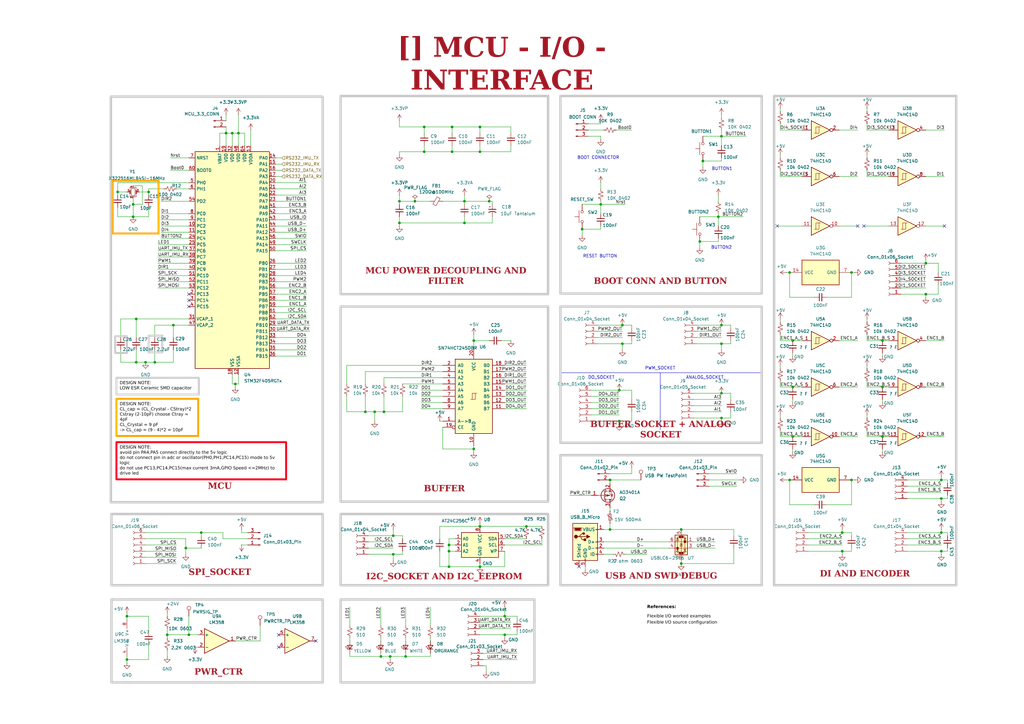
<source format=kicad_sch>
(kicad_sch (version 20231120) (generator "eeschema") (generator_version "8.0")
  (paper "A3")
  (title_block (title "MCU - I/O - INTERFACE") (date "2024-11-24") (rev "${REVISION}") (company "${COMPANY}"))
  (junction (at 196.85 52.07))
  (junction (at 54.61 88.9))
  (junction (at 295.91 171.45))
  (junction (at 170.18 82.55))
  (junction (at 149.86 168.91))
  (junction (at 97.79 54.61))
  (junction (at 323.85 196.85))
  (junction (at 379.73 107.95))
  (junction (at 60.96 78.74))
  (junction (at 160.02 269.24))
  (junction (at 349.25 111.76))
  (junction (at 190.5 82.55))
  (junction (at 379.73 120.65))
  (junction (at 287.02 99.06))
  (junction (at 59.69 148.59))
  (junction (at 153.67 168.91))
  (junction (at 82.55 218.44))
  (junction (at 173.99 62.23))
  (junction (at 279.4 231.14))
  (junction (at 325.12 139.7))
  (junction (at 48.26 78.74))
  (junction (at 194.31 184.15))
  (junction (at 295.91 161.29))
  (junction (at 325.12 179.07))
  (junction (at 63.5 148.59))
  (junction (at 96.52 157.48))
  (junction (at 196.85 62.23))
  (junction (at 361.95 139.7))
  (junction (at 173.99 52.07))
  (junction (at 254 160.02))
  (junction (at 190.5 91.44))
  (junction (at 166.37 269.24))
  (junction (at 361.95 158.75))
  (junction (at 323.85 111.76))
  (junction (at 325.12 158.75))
  (junction (at 295.91 55.88))
  (junction (at 246.38 83.82))
  (junction (at 163.83 82.55))
  (junction (at 185.42 52.07))
  (junction (at 295.91 133.35))
  (junction (at 71.12 133.35))
  (junction (at 238.76 93.98))
  (junction (at 255.27 133.35))
  (junction (at 386.08 204.47))
  (junction (at 157.48 168.91))
  (junction (at 196.85 232.41))
  (junction (at 194.31 139.7))
  (junction (at 95.25 54.61))
  (junction (at 77.47 260.35))
  (junction (at 196.85 215.9))
  (junction (at 345.44 226.06))
  (junction (at 92.71 54.61))
  (junction (at 255.27 140.97))
  (junction (at 294.64 88.9))
  (junction (at 52.07 270.51))
  (junction (at 185.42 62.23))
  (junction (at 76.2 224.79))
  (junction (at 215.9 215.9))
  (junction (at 361.95 179.07))
  (junction (at 250.19 217.17))
  (junction (at 254 172.72))
  (junction (at 200.66 82.55))
  (junction (at 55.88 130.81))
  (junction (at 207.01 260.35))
  (junction (at 54.61 83.82))
  (junction (at 161.29 227.33))
  (junction (at 345.44 218.44))
  (junction (at 184.15 223.52))
  (junction (at 279.4 217.17))
  (junction (at 184.15 226.06))
  (junction (at 295.91 140.97))
  (junction (at 68.58 260.35))
  (junction (at 386.08 226.06))
  (junction (at 55.88 148.59))
  (junction (at 156.21 269.24))
  (junction (at 207.01 252.73))
  (junction (at 288.29 66.04))
  (junction (at 161.29 219.71))
  (junction (at 163.83 91.44))
  (junction (at 52.07 252.73))
  (junction (at 386.08 196.85))
  (junction (at 250.19 196.85))
  (junction (at 349.25 196.85))
  (junction (at 386.08 218.44))
  (junction (at 184.15 232.41))
  (no_connect (at 318.77 92.71))
  (no_connect (at 387.35 92.71))
  (no_connect (at 77.47 120.65))
  (no_connect (at 129.54 262.89))
  (no_connect (at 77.47 125.73))
  (no_connect (at 114.3 265.43))
  (no_connect (at 77.47 123.19))
  (no_connect (at 354.33 92.71))
  (no_connect (at 114.3 260.35))
  (no_connect (at 237.49 232.41))
  (no_connect (at 351.79 92.71))
  (wire (pts (xy 77.47 133.35) (xy 71.12 133.35)))
  (wire (pts (xy 355.6 137.16) (xy 355.6 139.7)))
  (wire (pts (xy 369.57 115.57) (xy 379.73 115.57)))
  (wire (pts (xy 60.96 77.47) (xy 67.31 77.47)))
  (wire (pts (xy 207.01 152.4) (xy 215.9 152.4)))
  (wire (pts (xy 294.64 99.06) (xy 287.02 99.06)))
  (wire (pts (xy 207.01 220.98) (xy 215.9 220.98)))
  (polyline (pts (xy 270.764 152.908) (xy 270.764 176.276)))
  (wire (pts (xy 55.88 148.59) (xy 59.69 148.59)))
  (wire (pts (xy 322.58 111.76) (xy 323.85 111.76)))
  (wire (pts (xy 52.07 252.73) (xy 60.96 252.73)))
  (wire (pts (xy 97.79 46.99) (xy 97.79 54.61)))
  (wire (pts (xy 82.55 224.79) (xy 76.2 224.79)))
  (wire (pts (xy 245.11 140.97) (xy 255.27 140.97)))
  (wire (pts (xy 290.83 196.85) (xy 303.53 196.85)))
  (wire (pts (xy 320.04 130.81) (xy 320.04 132.08)))
  (wire (pts (xy 96.52 262.89) (xy 106.68 262.89)))
  (wire (pts (xy 60.96 264.16) (xy 60.96 270.51)))
  (wire (pts (xy 142.24 162.56) (xy 142.24 168.91)))
  (wire (pts (xy 325.12 165.1) (xy 325.12 163.83)))
  (wire (pts (xy 165.1 227.33) (xy 161.29 227.33)))
  (wire (pts (xy 246.38 74.93) (xy 246.38 77.47)))
  (wire (pts (xy 344.17 139.7) (xy 351.79 139.7)))
  (wire (pts (xy 194.31 137.16) (xy 194.31 139.7)))
  (wire (pts (xy 157.48 162.56) (xy 157.48 168.91)))
  (wire (pts (xy 143.51 269.24) (xy 156.21 269.24)))
  (wire (pts (xy 184.15 226.06) (xy 186.69 226.06)))
  (wire (pts (xy 207.01 252.73) (xy 196.85 252.73)))
  (wire (pts (xy 295.91 53.34) (xy 295.91 55.88)))
  (wire (pts (xy 207.01 157.48) (xy 215.9 157.48)))
  (wire (pts (xy 384.81 111.76) (xy 384.81 107.95)))
  (wire (pts (xy 163.83 82.55) (xy 170.18 82.55)))
  (wire (pts (xy 180.34 226.06) (xy 180.34 232.41)))
  (wire (pts (xy 64.77 107.95) (xy 77.47 107.95)))
  (wire (pts (xy 246.38 55.88) (xy 246.38 57.15)))
  (wire (pts (xy 186.69 220.98) (xy 184.15 220.98)))
  (wire (pts (xy 66.04 92.71) (xy 77.47 92.71)))
  (wire (pts (xy 349.25 226.06) (xy 345.44 226.06)))
  (wire (pts (xy 212.09 254) (xy 212.09 252.73)))
  (wire (pts (xy 71.12 143.51) (xy 71.12 148.59)))
  (wire (pts (xy 113.03 123.19) (xy 125.73 123.19)))
  (wire (pts (xy 361.95 146.05) (xy 361.95 144.78)))
  (wire (pts (xy 185.42 52.07) (xy 185.42 54.61)))
  (wire (pts (xy 113.03 143.51) (xy 125.73 143.51)))
  (wire (pts (xy 157.48 157.48) (xy 157.48 154.94)))
  (wire (pts (xy 64.77 105.41) (xy 77.47 105.41)))
  (wire (pts (xy 60.96 78.74) (xy 60.96 80.01)))
  (wire (pts (xy 246.38 92.71) (xy 246.38 93.98)))
  (wire (pts (xy 299.72 161.29) (xy 295.91 161.29)))
  (wire (pts (xy 59.69 228.6) (xy 72.39 228.6)))
  (wire (pts (xy 58.42 76.2) (xy 58.42 83.82)))
  (wire (pts (xy 113.03 97.79) (xy 125.73 97.79)))
  (wire (pts (xy 323.85 121.92) (xy 323.85 111.76)))
  (wire (pts (xy 59.69 218.44) (xy 82.55 218.44)))
  (wire (pts (xy 246.38 93.98) (xy 238.76 93.98)))
  (wire (pts (xy 355.6 170.18) (xy 355.6 171.45)))
  (wire (pts (xy 153.67 168.91) (xy 153.67 172.72)))
  (wire (pts (xy 369.57 113.03) (xy 379.73 113.03)))
  (wire (pts (xy 194.31 184.15) (xy 194.31 185.42)))
  (wire (pts (xy 160.02 269.24) (xy 160.02 270.51)))
  (wire (pts (xy 331.47 223.52) (xy 345.44 223.52)))
  (wire (pts (xy 71.12 133.35) (xy 63.5 133.35)))
  (wire (pts (xy 96.52 158.75) (xy 96.52 157.48)))
  (wire (pts (xy 172.72 162.56) (xy 181.61 162.56)))
  (wire (pts (xy 355.6 44.45) (xy 355.6 45.72)))
  (wire (pts (xy 176.53 248.92) (xy 176.53 256.54)))
  (wire (pts (xy 318.77 92.71) (xy 328.93 92.71)))
  (wire (pts (xy 190.5 80.01) (xy 190.5 82.55)))
  (wire (pts (xy 386.08 217.17) (xy 386.08 218.44)))
  (wire (pts (xy 60.96 270.51) (xy 52.07 270.51)))
  (wire (pts (xy 284.48 166.37) (xy 295.91 166.37)))
  (wire (pts (xy 91.44 218.44) (xy 91.44 220.98)))
  (wire (pts (xy 99.06 223.52) (xy 101.6 223.52)))
  (wire (pts (xy 184.15 223.52) (xy 186.69 223.52)))
  (wire (pts (xy 361.95 158.75) (xy 364.49 158.75)))
  (wire (pts (xy 190.5 91.44) (xy 163.83 91.44)))
  (wire (pts (xy 199.39 275.59) (xy 199.39 273.05)))
  (wire (pts (xy 198.12 267.97) (xy 212.09 267.97)))
  (wire (pts (xy 222.25 215.9) (xy 215.9 215.9)))
  (wire (pts (xy 245.11 138.43) (xy 255.27 138.43)))
  (wire (pts (xy 69.85 69.85) (xy 77.47 69.85)))
  (wire (pts (xy 241.3 55.88) (xy 246.38 55.88)))
  (wire (pts (xy 209.55 62.23) (xy 209.55 59.69)))
  (wire (pts (xy 49.53 148.59) (xy 55.88 148.59)))
  (wire (pts (xy 113.03 102.87) (xy 125.73 102.87)))
  (wire (pts (xy 156.21 248.92) (xy 156.21 256.54)))
  (wire (pts (xy 151.13 224.79) (xy 161.29 224.79)))
  (wire (pts (xy 52.07 252.73) (xy 52.07 254)))
  (wire (pts (xy 142.24 149.86) (xy 181.61 149.86)))
  (wire (pts (xy 173.99 59.69) (xy 173.99 62.23)))
  (wire (pts (xy 222.25 223.52) (xy 222.25 220.98)))
  (wire (pts (xy 156.21 261.62) (xy 156.21 262.89)))
  (wire (pts (xy 388.62 224.79) (xy 388.62 226.06)))
  (wire (pts (xy 165.1 220.98) (xy 165.1 219.71)))
  (wire (pts (xy 247.65 222.25) (xy 274.32 222.25)))
  (wire (pts (xy 294.64 87.63) (xy 294.64 88.9)))
  (wire (pts (xy 379.73 120.65) (xy 379.73 121.92)))
  (wire (pts (xy 196.85 62.23) (xy 185.42 62.23)))
  (wire (pts (xy 369.57 118.11) (xy 379.73 118.11)))
  (wire (pts (xy 325.12 139.7) (xy 328.93 139.7)))
  (wire (pts (xy 350.52 196.85) (xy 349.25 196.85)))
  (wire (pts (xy 166.37 267.97) (xy 166.37 269.24)))
  (wire (pts (xy 386.08 204.47) (xy 386.08 205.74)))
  (wire (pts (xy 207.01 223.52) (xy 222.25 223.52)))
  (wire (pts (xy 64.77 102.87) (xy 77.47 102.87)))
  (wire (pts (xy 245.11 133.35) (xy 255.27 133.35)))
  (wire (pts (xy 255.27 140.97) (xy 255.27 143.51)))
  (wire (pts (xy 113.03 95.25) (xy 125.73 95.25)))
  (wire (pts (xy 60.96 88.9) (xy 54.61 88.9)))
  (wire (pts (xy 173.99 62.23) (xy 185.42 62.23)))
  (wire (pts (xy 294.64 88.9) (xy 294.64 92.71)))
  (wire (pts (xy 113.03 82.55) (xy 125.73 82.55)))
  (wire (pts (xy 361.95 179.07) (xy 364.49 179.07)))
  (wire (pts (xy 242.57 172.72) (xy 254 172.72)))
  (wire (pts (xy 294.64 97.79) (xy 294.64 99.06)))
  (wire (pts (xy 247.65 224.79) (xy 274.32 224.79)))
  (wire (pts (xy 68.58 261.62) (xy 68.58 260.35)))
  (wire (pts (xy 196.85 59.69) (xy 196.85 62.23)))
  (wire (pts (xy 349.25 226.06) (xy 349.25 224.79)))
  (wire (pts (xy 63.5 143.51) (xy 63.5 148.59)))
  (wire (pts (xy 295.91 55.88) (xy 295.91 59.69)))
  (wire (pts (xy 284.48 171.45) (xy 295.91 171.45)))
  (wire (pts (xy 285.75 140.97) (xy 295.91 140.97)))
  (wire (pts (xy 355.6 53.34) (xy 364.49 53.34)))
  (wire (pts (xy 163.83 62.23) (xy 163.83 63.5)))
  (wire (pts (xy 101.6 218.44) (xy 99.06 218.44)))
  (wire (pts (xy 68.58 251.46) (xy 68.58 252.73)))
  (wire (pts (xy 350.52 111.76) (xy 349.25 111.76)))
  (wire (pts (xy 54.61 83.82) (xy 54.61 81.28)))
  (wire (pts (xy 181.61 175.26) (xy 181.61 184.15)))
  (wire (pts (xy 355.6 63.5) (xy 355.6 64.77)))
  (wire (pts (xy 372.11 199.39) (xy 386.08 199.39)))
  (wire (pts (xy 322.58 196.85) (xy 323.85 196.85)))
  (wire (pts (xy 361.95 165.1) (xy 361.95 163.83)))
  (wire (pts (xy 166.37 261.62) (xy 166.37 262.89)))
  (wire (pts (xy 300.99 224.79) (xy 300.99 231.14)))
  (wire (pts (xy 194.31 139.7) (xy 200.66 139.7)))
  (wire (pts (xy 372.11 223.52) (xy 386.08 223.52)))
  (wire (pts (xy 97.79 54.61) (xy 97.79 59.69)))
  (wire (pts (xy 259.08 133.35) (xy 255.27 133.35)))
  (wire (pts (xy 163.83 91.44) (xy 163.83 92.71)))
  (wire (pts (xy 349.25 218.44) (xy 345.44 218.44)))
  (wire (pts (xy 339.09 121.92) (xy 349.25 121.92)))
  (wire (pts (xy 54.61 76.2) (xy 58.42 76.2)))
  (wire (pts (xy 196.85 214.63) (xy 196.85 215.9)))
  (wire (pts (xy 173.99 52.07) (xy 163.83 52.07)))
  (wire (pts (xy 379.73 106.68) (xy 379.73 107.95)))
  (wire (pts (xy 241.3 50.8) (xy 246.38 50.8)))
  (wire (pts (xy 113.03 90.17) (xy 125.73 90.17)))
  (wire (pts (xy 113.03 74.93) (xy 125.73 74.93)))
  (wire (pts (xy 59.69 226.06) (xy 72.39 226.06)))
  (wire (pts (xy 379.73 53.34) (xy 387.35 53.34)))
  (wire (pts (xy 320.04 69.85) (xy 320.04 72.39)))
  (wire (pts (xy 349.25 121.92) (xy 349.25 111.76)))
  (wire (pts (xy 113.03 69.85) (xy 115.57 69.85)))
  (wire (pts (xy 143.51 248.92) (xy 143.51 256.54)))
  (wire (pts (xy 194.31 182.88) (xy 194.31 184.15)))
  (wire (pts (xy 161.29 227.33) (xy 161.29 229.87)))
  (wire (pts (xy 157.48 154.94) (xy 181.61 154.94)))
  (wire (pts (xy 207.01 226.06) (xy 207.01 232.41)))
  (wire (pts (xy 344.17 179.07) (xy 351.79 179.07)))
  (wire (pts (xy 176.53 261.62) (xy 176.53 262.89)))
  (wire (pts (xy 163.83 80.01) (xy 163.83 82.55)))
  (wire (pts (xy 388.62 204.47) (xy 386.08 204.47)))
  (wire (pts (xy 355.6 69.85) (xy 355.6 72.39)))
  (wire (pts (xy 285.75 135.89) (xy 295.91 135.89)))
  (wire (pts (xy 250.19 194.31) (xy 259.08 194.31)))
  (wire (pts (xy 325.12 185.42) (xy 325.12 184.15)))
  (wire (pts (xy 295.91 55.88) (xy 306.07 55.88)))
  (wire (pts (xy 66.04 95.25) (xy 77.47 95.25)))
  (wire (pts (xy 290.83 199.39) (xy 302.26 199.39)))
  (wire (pts (xy 95.25 54.61) (xy 97.79 54.61)))
  (wire (pts (xy 113.03 130.81) (xy 125.73 130.81)))
  (wire (pts (xy 345.44 226.06) (xy 345.44 227.33)))
  (wire (pts (xy 72.39 77.47) (xy 77.47 77.47)))
  (wire (pts (xy 372.11 196.85) (xy 386.08 196.85)))
  (wire (pts (xy 63.5 148.59) (xy 59.69 148.59)))
  (wire (pts (xy 113.03 92.71) (xy 125.73 92.71)))
  (wire (pts (xy 207.01 232.41) (xy 196.85 232.41)))
  (wire (pts (xy 369.57 107.95) (xy 379.73 107.95)))
  (wire (pts (xy 64.77 113.03) (xy 77.47 113.03)))
  (wire (pts (xy 196.85 255.27) (xy 209.55 255.27)))
  (wire (pts (xy 325.12 158.75) (xy 328.93 158.75)))
  (wire (pts (xy 287.02 99.06) (xy 287.02 101.6)))
  (wire (pts (xy 287.02 88.9) (xy 294.64 88.9)))
  (wire (pts (xy 77.47 252.73) (xy 77.47 260.35)))
  (wire (pts (xy 163.83 49.53) (xy 163.83 52.07)))
  (wire (pts (xy 143.51 267.97) (xy 143.51 269.24)))
  (wire (pts (xy 92.71 54.61) (xy 95.25 54.61)))
  (wire (pts (xy 163.83 88.9) (xy 163.83 91.44)))
  (wire (pts (xy 200.66 82.55) (xy 201.93 82.55)))
  (wire (pts (xy 259.08 160.02) (xy 254 160.02)))
  (wire (pts (xy 355.6 176.53) (xy 355.6 179.07)))
  (wire (pts (xy 288.29 66.04) (xy 288.29 68.58)))
  (wire (pts (xy 320.04 158.75) (xy 325.12 158.75)))
  (wire (pts (xy 246.38 50.8) (xy 246.38 49.53)))
  (wire (pts (xy 279.4 231.14) (xy 300.99 231.14)))
  (wire (pts (xy 207.01 162.56) (xy 215.9 162.56)))
  (wire (pts (xy 256.54 227.33) (xy 265.43 227.33)))
  (wire (pts (xy 157.48 168.91) (xy 165.1 168.91)))
  (wire (pts (xy 172.72 165.1) (xy 181.61 165.1)))
  (wire (pts (xy 344.17 72.39) (xy 351.79 72.39)))
  (wire (pts (xy 386.08 195.58) (xy 386.08 196.85)))
  (wire (pts (xy 279.4 229.87) (xy 279.4 231.14)))
  (wire (pts (xy 172.72 167.64) (xy 181.61 167.64)))
  (wire (pts (xy 285.75 133.35) (xy 295.91 133.35)))
  (wire (pts (xy 233.68 203.2) (xy 242.57 203.2)))
  (wire (pts (xy 190.5 88.9) (xy 190.5 91.44)))
  (wire (pts (xy 247.65 217.17) (xy 250.19 217.17)))
  (wire (pts (xy 334.01 121.92) (xy 323.85 121.92)))
  (wire (pts (xy 52.07 269.24) (xy 52.07 270.51)))
  (wire (pts (xy 344.17 92.71) (xy 351.79 92.71)))
  (wire (pts (xy 113.03 110.49) (xy 125.73 110.49)))
  (wire (pts (xy 68.58 260.35) (xy 77.47 260.35)))
  (wire (pts (xy 250.19 208.28) (xy 250.19 209.55)))
  (wire (pts (xy 294.64 80.01) (xy 294.64 82.55)))
  (wire (pts (xy 184.15 232.41) (xy 196.85 232.41)))
  (wire (pts (xy 334.01 207.01) (xy 323.85 207.01)))
  (wire (pts (xy 153.67 168.91) (xy 157.48 168.91)))
  (wire (pts (xy 384.81 107.95) (xy 379.73 107.95)))
  (wire (pts (xy 76.2 220.98) (xy 76.2 224.79)))
  (wire (pts (xy 299.72 163.83) (xy 299.72 161.29)))
  (wire (pts (xy 240.03 232.41) (xy 240.03 233.68)))
  (wire (pts (xy 199.39 273.05) (xy 198.12 273.05)))
  (wire (pts (xy 90.17 54.61) (xy 90.17 59.69)))
  (wire (pts (xy 259.08 168.91) (xy 259.08 172.72)))
  (wire (pts (xy 60.96 77.47) (xy 60.96 78.74)))
  (wire (pts (xy 68.58 257.81) (xy 68.58 260.35)))
  (wire (pts (xy 355.6 139.7) (xy 361.95 139.7)))
  (wire (pts (xy 331.47 220.98) (xy 345.44 220.98)))
  (wire (pts (xy 113.03 146.05) (xy 125.73 146.05)))
  (wire (pts (xy 71.12 148.59) (xy 63.5 148.59)))
  (wire (pts (xy 250.19 214.63) (xy 250.19 217.17)))
  (wire (pts (xy 212.09 252.73) (xy 207.01 252.73)))
  (wire (pts (xy 320.04 72.39) (xy 328.93 72.39)))
  (wire (pts (xy 388.62 219.71) (xy 388.62 218.44)))
  (wire (pts (xy 66.04 87.63) (xy 77.47 87.63)))
  (wire (pts (xy 299.72 134.62) (xy 299.72 133.35)))
  (wire (pts (xy 201.93 82.55) (xy 201.93 83.82)))
  (wire (pts (xy 173.99 54.61) (xy 173.99 52.07)))
  (wire (pts (xy 355.6 158.75) (xy 361.95 158.75)))
  (wire (pts (xy 242.57 165.1) (xy 254 165.1)))
  (wire (pts (xy 48.26 78.74) (xy 48.26 80.01)))
  (wire (pts (xy 64.77 115.57) (xy 77.47 115.57)))
  (wire (pts (xy 198.12 270.51) (xy 212.09 270.51)))
  (wire (pts (xy 142.24 157.48) (xy 142.24 149.86)))
  (wire (pts (xy 113.03 64.77) (xy 115.57 64.77)))
  (wire (pts (xy 71.12 133.35) (xy 71.12 138.43)))
  (wire (pts (xy 320.04 50.8) (xy 320.04 53.34)))
  (wire (pts (xy 349.25 219.71) (xy 349.25 218.44)))
  (wire (pts (xy 361.95 185.42) (xy 361.95 184.15)))
  (wire (pts (xy 355.6 50.8) (xy 355.6 53.34)))
  (wire (pts (xy 242.57 170.18) (xy 254 170.18)))
  (wire (pts (xy 207.01 154.94) (xy 215.9 154.94)))
  (wire (pts (xy 151.13 222.25) (xy 161.29 222.25)))
  (wire (pts (xy 55.88 130.81) (xy 49.53 130.81)))
  (wire (pts (xy 95.25 153.67) (xy 95.25 157.48)))
  (wire (pts (xy 113.03 138.43) (xy 125.73 138.43)))
  (wire (pts (xy 207.01 160.02) (xy 215.9 160.02)))
  (wire (pts (xy 242.57 162.56) (xy 254 162.56)))
  (wire (pts (xy 361.95 139.7) (xy 364.49 139.7)))
  (wire (pts (xy 320.04 137.16) (xy 320.04 139.7)))
  (wire (pts (xy 196.85 257.81) (xy 209.55 257.81)))
  (wire (pts (xy 320.04 179.07) (xy 325.12 179.07)))
  (wire (pts (xy 92.71 52.07) (xy 92.71 54.61)))
  (wire (pts (xy 113.03 125.73) (xy 125.73 125.73)))
  (wire (pts (xy 102.87 53.34) (xy 102.87 59.69)))
  (wire (pts (xy 184.15 220.98) (xy 184.15 223.52)))
  (wire (pts (xy 113.03 113.03) (xy 125.73 113.03)))
  (wire (pts (xy 77.47 260.35) (xy 81.28 260.35)))
  (wire (pts (xy 320.04 176.53) (xy 320.04 179.07)))
  (wire (pts (xy 201.93 88.9) (xy 201.93 91.44)))
  (wire (pts (xy 246.38 83.82) (xy 246.38 87.63)))
  (wire (pts (xy 190.5 82.55) (xy 200.66 82.55)))
  (wire (pts (xy 295.91 140.97) (xy 295.91 143.51)))
  (wire (pts (xy 176.53 269.24) (xy 176.53 267.97)))
  (wire (pts (xy 299.72 133.35) (xy 295.91 133.35)))
  (wire (pts (xy 354.33 92.71) (xy 364.49 92.71)))
  (wire (pts (xy 344.17 53.34) (xy 351.79 53.34)))
  (wire (pts (xy 97.79 54.61) (xy 100.33 54.61)))
  (wire (pts (xy 246.38 82.55) (xy 246.38 83.82)))
  (wire (pts (xy 325.12 179.07) (xy 328.93 179.07)))
  (wire (pts (xy 207.01 261.62) (xy 207.01 260.35)))
  (wire (pts (xy 295.91 66.04) (xy 288.29 66.04)))
  (wire (pts (xy 170.18 82.55) (xy 176.53 82.55)))
  (wire (pts (xy 95.25 54.61) (xy 95.25 59.69)))
  (wire (pts (xy 96.52 157.48) (xy 97.79 157.48)))
  (wire (pts (xy 196.85 215.9) (xy 215.9 215.9)))
  (wire (pts (xy 386.08 226.06) (xy 386.08 227.33)))
  (wire (pts (xy 245.11 135.89) (xy 255.27 135.89)))
  (wire (pts (xy 113.03 128.27) (xy 125.73 128.27)))
  (wire (pts (xy 48.26 88.9) (xy 54.61 88.9)))
  (wire (pts (xy 166.37 269.24) (xy 176.53 269.24)))
  (wire (pts (xy 372.11 218.44) (xy 386.08 218.44)))
  (wire (pts (xy 113.03 133.35) (xy 127 133.35)))
  (wire (pts (xy 143.51 261.62) (xy 143.51 262.89)))
  (wire (pts (xy 209.55 54.61) (xy 209.55 52.07)))
  (wire (pts (xy 48.26 85.09) (xy 48.26 88.9)))
  (wire (pts (xy 344.17 158.75) (xy 351.79 158.75)))
  (wire (pts (xy 259.08 139.7) (xy 259.08 140.97)))
  (wire (pts (xy 372.11 204.47) (xy 386.08 204.47)))
  (wire (pts (xy 151.13 219.71) (xy 161.29 219.71)))
  (wire (pts (xy 299.72 139.7) (xy 299.72 140.97)))
  (wire (pts (xy 55.88 143.51) (xy 55.88 148.59)))
  (wire (pts (xy 320.04 44.45) (xy 320.04 45.72)))
  (wire (pts (xy 180.34 232.41) (xy 184.15 232.41)))
  (wire (pts (xy 151.13 227.33) (xy 161.29 227.33)))
  (wire (pts (xy 299.72 140.97) (xy 295.91 140.97)))
  (wire (pts (xy 161.29 219.71) (xy 161.29 217.17)))
  (wire (pts (xy 207.01 165.1) (xy 215.9 165.1)))
  (wire (pts (xy 284.48 161.29) (xy 295.91 161.29)))
  (wire (pts (xy 209.55 52.07) (xy 196.85 52.07)))
  (wire (pts (xy 149.86 168.91) (xy 153.67 168.91)))
  (wire (pts (xy 165.1 219.71) (xy 161.29 219.71)))
  (wire (pts (xy 80.01 265.43) (xy 81.28 265.43)))
  (wire (pts (xy 388.62 203.2) (xy 388.62 204.47)))
  (wire (pts (xy 284.48 163.83) (xy 295.91 163.83)))
  (wire (pts (xy 259.08 194.31) (xy 259.08 191.77)))
  (wire (pts (xy 113.03 80.01) (xy 125.73 80.01)))
  (wire (pts (xy 113.03 107.95) (xy 125.73 107.95)))
  (wire (pts (xy 295.91 46.99) (xy 295.91 48.26)))
  (wire (pts (xy 113.03 67.31) (xy 115.57 67.31)))
  (wire (pts (xy 91.44 220.98) (xy 101.6 220.98)))
  (wire (pts (xy 113.03 87.63) (xy 125.73 87.63)))
  (wire (pts (xy 82.55 218.44) (xy 82.55 219.71)))
  (wire (pts (xy 345.44 217.17) (xy 345.44 218.44)))
  (wire (pts (xy 113.03 72.39) (xy 115.57 72.39)))
  (wire (pts (xy 180.34 220.98) (xy 180.34 215.9)))
  (wire (pts (xy 82.55 218.44) (xy 91.44 218.44)))
  (wire (pts (xy 349.25 207.01) (xy 349.25 196.85)))
  (wire (pts (xy 201.93 91.44) (xy 190.5 91.44)))
  (wire (pts (xy 320.04 53.34) (xy 328.93 53.34)))
  (wire (pts (xy 113.03 100.33) (xy 125.73 100.33)))
  (wire (pts (xy 254 172.72) (xy 254 173.99)))
  (wire (pts (xy 355.6 149.86) (xy 355.6 151.13)))
  (wire (pts (xy 173.99 52.07) (xy 185.42 52.07)))
  (wire (pts (xy 300.99 217.17) (xy 279.4 217.17)))
  (wire (pts (xy 250.19 196.85) (xy 262.89 196.85)))
  (wire (pts (xy 259.08 172.72) (xy 254 172.72)))
  (wire (pts (xy 320.04 149.86) (xy 320.04 151.13)))
  (wire (pts (xy 355.6 179.07) (xy 361.95 179.07)))
  (wire (pts (xy 355.6 156.21) (xy 355.6 158.75)))
  (wire (pts (xy 290.83 194.31) (xy 302.26 194.31)))
  (wire (pts (xy 242.57 167.64) (xy 254 167.64)))
  (wire (pts (xy 52.07 251.46) (xy 52.07 252.73)))
  (wire (pts (xy 54.61 83.82) (xy 54.61 88.9)))
  (wire (pts (xy 196.85 260.35) (xy 207.01 260.35)))
  (wire (pts (xy 156.21 269.24) (xy 160.02 269.24)))
  (wire (pts (xy 379.73 179.07) (xy 387.35 179.07)))
  (wire (pts (xy 166.37 248.92) (xy 166.37 256.54)))
  (wire (pts (xy 97.79 157.48) (xy 97.79 153.67)))
  (wire (pts (xy 64.77 100.33) (xy 77.47 100.33)))
  (wire (pts (xy 196.85 62.23) (xy 209.55 62.23)))
  (wire (pts (xy 142.24 168.91) (xy 149.86 168.91)))
  (wire (pts (xy 196.85 232.41) (xy 196.85 231.14)))
  (wire (pts (xy 284.48 168.91) (xy 295.91 168.91)))
  (wire (pts (xy 52.07 270.51) (xy 52.07 271.78)))
  (wire (pts (xy 369.57 110.49) (xy 379.73 110.49)))
  (wire (pts (xy 252.73 53.34) (xy 259.08 53.34)))
  (wire (pts (xy 149.86 157.48) (xy 149.86 152.4)))
  (wire (pts (xy 113.03 135.89) (xy 127 135.89)))
  (wire (pts (xy 59.69 223.52) (xy 72.39 223.52)))
  (wire (pts (xy 190.5 82.55) (xy 181.61 82.55)))
  (wire (pts (xy 372.11 226.06) (xy 386.08 226.06)))
  (wire (pts (xy 173.99 62.23) (xy 163.83 62.23)))
  (wire (pts (xy 149.86 162.56) (xy 149.86 168.91)))
  (wire (pts (xy 76.2 220.98) (xy 59.69 220.98)))
  (wire (pts (xy 106.68 256.54) (xy 106.68 262.89)))
  (wire (pts (xy 294.64 88.9) (xy 304.8 88.9)))
  (wire (pts (xy 60.96 259.08) (xy 60.96 252.73)))
  (wire (pts (xy 246.38 83.82) (xy 256.54 83.82)))
  (wire (pts (xy 92.71 46.99) (xy 92.71 49.53)))
  (wire (pts (xy 285.75 138.43) (xy 295.91 138.43)))
  (wire (pts (xy 386.08 196.85) (xy 388.62 196.85)))
  (wire (pts (xy 57.15 78.74) (xy 60.96 78.74)))
  (wire (pts (xy 163.83 82.55) (xy 163.83 83.82)))
  (wire (pts (xy 66.04 97.79) (xy 77.47 97.79)))
  (wire (pts (xy 320.04 63.5) (xy 320.04 64.77)))
  (wire (pts (xy 284.48 224.79) (xy 293.37 224.79)))
  (wire (pts (xy 99.06 218.44) (xy 99.06 217.17)))
  (wire (pts (xy 386.08 226.06) (xy 388.62 226.06)))
  (wire (pts (xy 369.57 120.65) (xy 379.73 120.65)))
  (wire (pts (xy 250.19 217.17) (xy 279.4 217.17)))
  (wire (pts (xy 320.04 170.18) (xy 320.04 171.45)))
  (wire (pts (xy 52.07 78.74) (xy 48.26 78.74)))
  (wire (pts (xy 113.03 118.11) (xy 125.73 118.11)))
  (wire (pts (xy 180.34 215.9) (xy 196.85 215.9)))
  (wire (pts (xy 372.11 220.98) (xy 386.08 220.98)))
  (wire (pts (xy 379.73 72.39) (xy 387.35 72.39)))
  (wire (pts (xy 160.02 269.24) (xy 166.37 269.24)))
  (wire (pts (xy 113.03 77.47) (xy 125.73 77.47)))
  (wire (pts (xy 259.08 163.83) (xy 259.08 160.02)))
  (wire (pts (xy 242.57 160.02) (xy 254 160.02)))
  (wire (pts (xy 379.73 158.75) (xy 387.35 158.75)))
  (wire (pts (xy 355.6 130.81) (xy 355.6 132.08)))
  (wire (pts (xy 184.15 223.52) (xy 184.15 226.06)))
  (wire (pts (xy 250.19 196.85) (xy 250.19 198.12)))
  (wire (pts (xy 49.53 143.51) (xy 49.53 148.59)))
  (wire (pts (xy 194.31 139.7) (xy 194.31 142.24)))
  (wire (pts (xy 66.04 90.17) (xy 77.47 90.17)))
  (wire (pts (xy 299.72 168.91) (xy 299.72 171.45)))
  (wire (pts (xy 165.1 168.91) (xy 165.1 162.56)))
  (wire (pts (xy 55.88 130.81) (xy 55.88 138.43)))
  (wire (pts (xy 180.34 172.72) (xy 181.61 172.72)))
  (wire (pts (xy 48.26 74.93) (xy 77.47 74.93)))
  (wire (pts (xy 355.6 72.39) (xy 364.49 72.39)))
  (wire (pts (xy 100.33 54.61) (xy 100.33 59.69)))
  (wire (pts (xy 323.85 207.01) (xy 323.85 196.85)))
  (wire (pts (xy 165.1 226.06) (xy 165.1 227.33)))
  (wire (pts (xy 388.62 218.44) (xy 386.08 218.44)))
  (wire (pts (xy 379.73 139.7) (xy 387.35 139.7)))
  (wire (pts (xy 185.42 62.23) (xy 185.42 59.69)))
  (wire (pts (xy 388.62 196.85) (xy 388.62 198.12)))
  (wire (pts (xy 384.81 116.84) (xy 384.81 120.65)))
  (wire (pts (xy 325.12 146.05) (xy 325.12 144.78)))
  (wire (pts (xy 379.73 92.71) (xy 387.35 92.71)))
  (wire (pts (xy 207.01 149.86) (xy 215.9 149.86)))
  (wire (pts (xy 339.09 207.01) (xy 349.25 207.01)))
  (wire (pts (xy 238.76 93.98) (xy 238.76 96.52)))
  (wire (pts (xy 113.03 120.65) (xy 125.73 120.65)))
  (polyline (pts (xy 230.378 152.908) (xy 311.912 152.908)))
  (wire (pts (xy 299.72 171.45) (xy 295.91 171.45)))
  (wire (pts (xy 64.77 118.11) (xy 77.47 118.11)))
  (wire (pts (xy 295.91 171.45) (xy 295.91 172.72)))
  (wire (pts (xy 49.53 130.81) (xy 49.53 138.43)))
  (wire (pts (xy 288.29 55.88) (xy 295.91 55.88)))
  (wire (pts (xy 69.85 64.77) (xy 77.47 64.77)))
  (wire (pts (xy 259.08 140.97) (xy 255.27 140.97)))
  (wire (pts (xy 76.2 224.79) (xy 76.2 227.33)))
  (wire (pts (xy 90.17 54.61) (xy 92.71 54.61)))
  (wire (pts (xy 212.09 259.08) (xy 212.09 260.35)))
  (wire (pts (xy 64.77 110.49) (xy 77.47 110.49)))
  (wire (pts (xy 113.03 140.97) (xy 125.73 140.97)))
  (wire (pts (xy 320.04 156.21) (xy 320.04 158.75)))
  (wire (pts (xy 113.03 85.09) (xy 125.73 85.09)))
  (wire (pts (xy 77.47 130.81) (xy 55.88 130.81)))
  (wire (pts (xy 372.11 201.93) (xy 386.08 201.93)))
  (wire (pts (xy 207.01 248.92) (xy 207.01 252.73)))
  (wire (pts (xy 207.01 167.64) (xy 215.9 167.64)))
  (wire (pts (xy 95.25 157.48) (xy 96.52 157.48)))
  (wire (pts (xy 156.21 267.97) (xy 156.21 269.24)))
  (wire (pts (xy 149.86 152.4) (xy 181.61 152.4)))
  (wire (pts (xy 212.09 260.35) (xy 207.01 260.35)))
  (wire (pts (xy 300.99 219.71) (xy 300.99 217.17)))
  (wire (pts (xy 68.58 266.7) (xy 68.58 269.24)))
  (wire (pts (xy 205.74 139.7) (xy 209.55 139.7)))
  (wire (pts (xy 284.48 222.25) (xy 293.37 222.25)))
  (wire (pts (xy 190.5 82.55) (xy 190.5 83.82)))
  (wire (pts (xy 172.72 160.02) (xy 181.61 160.02)))
  (wire (pts (xy 295.91 64.77) (xy 295.91 66.04)))
  (wire (pts (xy 66.04 82.55) (xy 77.47 82.55)))
  (wire (pts (xy 247.65 227.33) (xy 251.46 227.33)))
  (wire (pts (xy 59.69 231.14) (xy 72.39 231.14)))
  (wire (pts (xy 63.5 133.35) (xy 63.5 138.43)))
  (wire (pts (xy 48.26 74.93) (xy 48.26 78.74)))
  (wire (pts (xy 165.1 157.48) (xy 181.61 157.48)))
  (wire (pts (xy 60.96 85.09) (xy 60.96 88.9)))
  (wire (pts (xy 92.71 54.61) (xy 92.71 59.69)))
  (wire (pts (xy 185.42 52.07) (xy 196.85 52.07)))
  (wire (pts (xy 320.04 139.7) (xy 325.12 139.7)))
  (wire (pts (xy 58.42 83.82) (xy 54.61 83.82)))
  (wire (pts (xy 113.03 115.57) (xy 125.73 115.57)))
  (wire (pts (xy 259.08 133.35) (xy 259.08 134.62)))
  (wire (pts (xy 184.15 226.06) (xy 184.15 232.41)))
  (wire (pts (xy 181.61 184.15) (xy 194.31 184.15)))
  (wire (pts (xy 241.3 53.34) (xy 247.65 53.34)))
  (wire (pts (xy 331.47 218.44) (xy 345.44 218.44)))
  (wire (pts (xy 238.76 83.82) (xy 246.38 83.82)))
  (wire (pts (xy 384.81 120.65) (xy 379.73 120.65)))
  (wire (pts (xy 331.47 226.06) (xy 345.44 226.06)))
  (wire (pts (xy 196.85 52.07) (xy 196.85 54.61)))
  (rectangle (start 139.7 125.73) (end 224.79 205.74) (stroke (width 1) (color 200 200 200 1)))
  (rectangle (start 317.5 39.37) (end 392.176 240.03) (stroke (width 1) (color 200 200 200 1)))
  (rectangle (start 229.87 39.37) (end 312.42 120.396) (stroke (width 1) (color 200 200 200 1)))
  (rectangle (start 45.72 210.82) (end 132.334 240.03) (stroke (width 1) (color 200 200 200 1)))
  (rectangle (start 229.87 125.73) (end 312.42 181.61) (stroke (width 1) (color 200 200 200 1)))
  (rectangle (start 139.7 210.82) (end 224.79 240.03) (stroke (width 1) (color 200 200 200 1)))
  (rectangle (start 45.72 245.872) (end 132.334 279.908) (stroke (width 1) (color 200 200 200 1)))
  (rectangle (start 45.466 39.624) (end 132.334 205.994) (stroke (width 1) (color 200 200 200 1)))
  (rectangle (start 139.7 39.37) (end 224.79 120.65) (stroke (width 1) (color 200 200 200 1)))
  (rectangle (start 229.87 186.69) (end 312.42 240.03) (stroke (width 1) (color 200 200 200 1)))
  (rectangle (start 139.7 245.872) (end 219.202 279.908) (stroke (width 1) (color 200 200 200 1)))
  (text_box "BOOT CONN AND BUTTON" (at 230.886 109.22 0) (size 80.01 9.525) (stroke (width -0.0001)) (effects (font (size 2.54 2.54) (thickness 0.508) (bold yes)) (justify bottom)))
  (text_box "I2C_SOCKET AND I2C_EEPROM\n" (at 140.97 230.378 0) (size 82.55 9.525) (stroke (width -0.0001)) (effects (font (size 2.54 2.54) (thickness 0.508) (bold yes)) (justify bottom)))
  (text_box "[${#}] ${TITLE}" (at 126.492 20.32 0) (size 158.75 12.7) (stroke (width -0.0001)) (effects (font (size 8 8) (thickness 1.2) (bold yes))))
  (text_box "SPI_SOCKET\n" (at 46.99 228.6 0) (size 86.36 9.525) (stroke (width -0.0001)) (effects (font (size 2.54 2.54) (thickness 0.508) (bold yes)) (justify bottom)))
  (text_box "DESIGN NOTE:\nCL_cap = (CL_Crystal - CStray)*2\nCstray (2-10pF) choose Ctray = 4pF\nCL_Crystal = 9 pF\n-> CL_cap = (9 - 4)*2 = 10pF\n" (at 47.752 163.576 0) (size 33.528 15.24) (stroke (width 0.8) (color 255 165 0 1)) (effects (font (size 1.27 1.27)) (justify left top)))
  (text_box "USB AND SWD DEBUG\n" (at 231.14 230.124 0) (size 80.01 9.525) (stroke (width -0.0001)) (effects (font (size 2.54 2.54) (thickness 0.508) (bold yes)) (justify bottom)))
  (text_box "" (at 47.244 137.922 0) (size 4.826 6.858) (stroke (width 0.8) (color 200 200 200 1)) (effects (font (size 1.27 1.27)) (justify left top)))
  (text_box "MCU" (at 46.99 193.294 0) (size 86.36 9.525) (stroke (width -0.0001)) (effects (font (size 2.54 2.54) (thickness 0.508) (bold yes)) (justify bottom)))
  (text_box "MCU POWER DECOUPLING AND FILTER\n" (at 142.24 109.22 0) (size 81.28 9.525) (stroke (width -0.0001)) (effects (font (size 2.54 2.54) (thickness 0.508) (bold yes)) (justify bottom)))
  (text_box "BUFFER SOCKET + ANALOG SOCKET\n" (at 231.648 172.212 0) (size 78.74 9.525) (stroke (width -0.0001)) (effects (font (size 2.54 2.54) (thickness 0.508) (bold yes)) (justify bottom)))
  (text_box "" (at 46.228 74.168 0) (size 18.796 21.59) (stroke (width 0.8) (color 255 165 0 1)) (effects (font (size 1.27 1.27)) (justify left top)))
  (text_box "PWR_CTR\n" (at 46.482 269.494 0) (size 86.36 9.525) (stroke (width -0.0001)) (effects (font (size 2.54 2.54) (thickness 0.508) (bold yes)) (justify bottom)))
  (text_box "" (at 60.96 137.668 0) (size 5.588 6.858) (stroke (width 0.8) (color 200 200 200 1)) (effects (font (size 1.27 1.27)) (justify left top)))
  (text_box "DI AND ENCODER\n" (at 318.77 228.6 0) (size 71.882 10.16) (stroke (width -0.0001)) (effects (font (size 2.54 2.54) (thickness 0.508) (bold yes)) (justify bottom)))
  (text_box "DESIGN NOTE:\nLOW ESR Ceramic SMD capacitor\n" (at 47.752 154.94 0) (size 33.782 6.858) (stroke (width 0.8) (color 200 200 200 1)) (effects (font (size 1.27 1.27)) (justify left top)))
  (text_box "DESIGN NOTE:\navoid pin PA4,PA5 connect directly to the 5v logic\ndo not connect pin in adc or oscillator(PH0,PH1,PC14,PC15) mode to 5v logic\ndo not use PC13,PC14,PC15(max current 3mA,GPIO Speed <=2MHz) to drive led " (at 47.752 181.356 0) (size 69.596 15.24) (stroke (width 0.8) (color 255 0 28 1)) (effects (font (size 1.27 1.27)) (justify left top)))
  (text_box "BUFFER\n" (at 140.97 194.31 0) (size 82.55 9.525) (stroke (width -0.0001)) (effects (font (size 2.54 2.54) (thickness 0.508) (bold yes)) (justify bottom)))
  (text "Flexible I/O worked examples" (at 265.43 254 0) (effects (font (size 1.27 1.27)) (justify left bottom)))
  (text "BOOT CONNECTOR" (at 245.364 64.77 0) (effects (font (size 1.27 1.27))))
  (text "PWM_SOCKET" (at 270.764 151.13 0) (effects (font (size 1.27 1.27))))
  (text "BUTTON2\n\n" (at 295.91 102.616 0) (effects (font (size 1.27 1.27))))
  (text "ANALOG_SOCKET" (at 289.052 154.94 0) (effects (font (size 1.27 1.27))))
  (text "RESET BUTTON" (at 246.126 105.156 0) (effects (font (size 1.27 1.27))))
  (text "DO_SOCKET" (at 246.634 154.94 0) (effects (font (size 1.27 1.27))))
  (text "References:" (at 265.43 250.19 0) (effects (font (size 1.27 1.27) (thickness 0.254) (bold yes)) (justify left bottom)))
  (text "BUTTON1\n" (at 296.164 69.342 0) (effects (font (size 1.27 1.27))))
  (text "Flexible I/O source configuration" (at 265.43 256.54 0) (effects (font (size 1.27 1.27)) (justify left bottom)))
  (label "PWM2" (at 172.72 152.4 0))
  (label "ENC3_B" (at 125.73 85.09 180))
  (label "UART_DATA_RX" (at 209.55 255.27 180))
  (label "DI3_SOCKET" (at 355.6 53.34 0))
  (label "LED4" (at 125.73 113.03 180))
  (label "DI1_SOCKET" (at 355.6 72.39 0))
  (label "DI2" (at 66.04 90.17 0))
  (label "DO2" (at 172.72 162.56 0))
  (label "ENC3_B_S" (at 386.08 223.52 180))
  (label "DI2_SOCKET" (at 320.04 72.39 0))
  (label "ENC1_B_S" (at 355.6 139.7 0))
  (label "UART_IMU_TX" (at 64.77 102.87 0))
  (label "AI2" (at 295.91 166.37 180))
  (label "DO2" (at 125.73 143.51 180))
  (label "I2C_SCL" (at 222.25 223.52 180))
  (label "SPI_MOSI" (at 72.39 228.6 180))
  (label "I2C_SCL" (at 161.29 222.25 180))
  (label "UART_IMU_RX" (at 212.09 267.97 180))
  (label "SPI_MISO" (at 72.39 226.06 180))
  (label "ENC1_B" (at 387.35 139.7 180))
  (label "UART_DATA_TX" (at 209.55 257.81 180))
  (label "AI1" (at 295.91 168.91 180))
  (label "LED3" (at 125.73 110.49 180))
  (label "ENC1_A" (at 351.79 139.7 180))
  (label "LED1" (at 143.51 248.92 270))
  (label "UART_IMU_TX" (at 212.09 270.51 180))
  (label "UART_IMU_RX" (at 64.77 105.41 0))
  (label "DO1" (at 125.73 146.05 180))
  (label "PWM2_OUT" (at 255.27 135.89 180))
  (label "ENC1_A" (at 125.73 125.73 180))
  (label "ENC3_A_S" (at 386.08 220.98 180))
  (label "DIR1" (at 64.77 110.49 0))
  (label "DO2_OUT" (at 254 167.64 180))
  (label "ENC1_B_S" (at 386.08 201.93 180))
  (label "PWM1_OUT" (at 295.91 135.89 180))
  (label "DI3" (at 66.04 92.71 0))
  (label "PWR_CTR" (at 105.41 262.89 180))
  (label "PWR_CTR" (at 233.68 203.2 0))
  (label "SPI_CS" (at 72.39 223.52 180))
  (label "DO3_OUT" (at 254 165.1 180))
  (label "LED1" (at 64.77 100.33 0))
  (label "PWM2_OUT" (at 215.9 152.4 180))
  (label "D+" (at 264.16 222.25 180))
  (label "DI4" (at 351.79 53.34 180))
  (label "DIR2_OUT" (at 255.27 138.43 180))
  (label "ENC3_A" (at 125.73 87.63 180))
  (label "SPI_SCK" (at 64.77 113.03 0))
  (label "USB_D+" (at 293.37 222.25 180))
  (label "UART_DATA_TX" (at 127 133.35 180))
  (label "DI3_SOCKET" (at 379.73 113.03 180))
  (label "LED3" (at 166.37 248.92 270))
  (label "DI4_SOCKET" (at 379.73 115.57 180))
  (label "BUTTON2" (at 66.04 97.79 0))
  (label "PWM1_OUT" (at 215.9 157.48 180))
  (label "DIR2" (at 66.04 82.55 0))
  (label "DIR2" (at 172.72 149.86 0))
  (label "ENC3_B_S" (at 355.6 179.07 0))
  (label "AI1" (at 125.73 74.93 180))
  (label "UART_DATA_RX" (at 127 135.89 180))
  (label "ENC2_A" (at 125.73 120.65 180))
  (label "PWM1" (at 172.72 157.48 0))
  (label "PWM2" (at 125.73 115.57 180))
  (label "DO4_OUT" (at 215.9 167.64 180))
  (label "DIR2_OUT" (at 215.9 149.86 180))
  (label "DI1" (at 66.04 87.63 0))
  (label "DI2" (at 351.79 72.39 180))
  (label "DI1" (at 387.35 72.39 180))
  (label "ENC1_B" (at 125.73 123.19 180))
  (label "I2C_SDA" (at 125.73 130.81 180))
  (label "ENC2_A_S" (at 320.04 158.75 0))
  (label "DO3_OUT" (at 215.9 165.1 180))
  (label "USB_D-" (at 125.73 92.71 180))
  (label "DO1_OUT" (at 254 170.18 180))
  (label "SWIO" (at 302.26 194.31 180))
  (label "ENC2_B_S" (at 355.6 158.75 0))
  (label "SWCLK" (at 125.73 100.33 180))
  (label "LED2" (at 125.73 107.95 180))
  (label "DO3" (at 172.72 165.1 0))
  (label "I2C_SCL" (at 125.73 128.27 180))
  (label "DI4" (at 66.04 95.25 0))
  (label "DO1" (at 172.72 160.02 0))
  (label "AI2" (at 125.73 77.47 180))
  (label "ENC2_A" (at 351.79 158.75 180))
  (label "DO3" (at 125.73 140.97 180))
  (label "DO1_OUT" (at 215.9 160.02 180))
  (label "Boot0" (at 259.08 53.34 180))
  (label "SPI_MISO" (at 64.77 115.57 0))
  (label "ENC3_A_S" (at 320.04 179.07 0))
  (label "AI3" (at 125.73 80.01 180))
  (label "I2C_SDA" (at 214.63 220.98 180))
  (label "DO4" (at 172.72 167.64 0))
  (label "ENC1_A_S" (at 386.08 199.39 180))
  (label "ENC3_B" (at 387.35 179.07 180))
  (label "USB_D-" (at 293.37 224.79 180))
  (label "BUTTON2" (at 304.8 88.9 180))
  (label "LED4" (at 176.53 248.92 270))
  (label "PWM1" (at 64.77 107.95 0))
  (label "SWCLK" (at 302.26 199.39 180))
  (label "SPI_CS" (at 125.73 102.87 180))
  (label "ENC2_B_S" (at 345.44 223.52 180))
  (label "USB_ID" (at 265.43 227.33 180))
  (label "I2C_SDA" (at 161.29 224.79 180))
  (label "Nrst" (at 256.54 83.82 180))
  (label "BUTTON1" (at 125.73 82.55 180))
  (label "USB_ID" (at 125.73 90.17 180))
  (label "ENC2_A_S" (at 345.44 220.98 180))
  (label "AI3" (at 295.91 163.83 180))
  (label "SPI_SCK" (at 72.39 231.14 180))
  (label "SWIO" (at 125.73 97.79 180))
  (label "DO4_OUT" (at 254 162.56 180))
  (label "ENC1_A_S" (at 320.04 139.7 0))
  (label "DO2_OUT" (at 215.9 162.56 180))
  (label "D-" (at 264.16 224.79 180))
  (label "DI3" (at 387.35 53.34 180))
  (label "DI1_SOCKET" (at 379.73 118.11 180))
  (label "LED2" (at 156.21 248.92 270))
  (label "DIR1_OUT" (at 295.91 138.43 180))
  (label "DI4_SOCKET" (at 320.04 53.34 0))
  (label "ENC2_B" (at 387.35 158.75 180))
  (label "DIR1_OUT" (at 215.9 154.94 180))
  (label "Nrst" (at 69.85 64.77 0))
  (label "DO4" (at 125.73 138.43 180))
  (label "ENC3_A" (at 351.79 179.07 180))
  (label "Boot0" (at 69.85 69.85 0))
  (label "DIR1" (at 172.72 154.94 0))
  (label "BUTTON1" (at 306.07 55.88 180))
  (label "SPI_MOSI" (at 64.77 118.11 0))
  (label "ENC2_B" (at 125.73 118.11 180))
  (label "USB_D+" (at 125.73 95.25 180))
  (label "DI2_SOCKET" (at 379.73 110.49 180))
  (hierarchical_label "RS232_DATA_RX" (shape input) (at 115.57 72.39 0))
  (hierarchical_label "RS232_DATA_TX" (shape input) (at 115.57 69.85 0))
  (hierarchical_label "RS232_IMU_TX" (shape input) (at 115.57 64.77 0))
  (hierarchical_label "RS232_IMU_RX" (shape input) (at 115.57 67.31 0))
  (symbol (lib_id "power:GND") (at 386.08 205.74 0) (unit 1)
    (property "Reference" "#PWR074" (effects (hide yes)))
    (property "Value" "GND" (at 386.334 210.058 0))
    (property "Description" "Power symbol creates a global label with name \"GND\" , ground" (effects (hide yes)))
  )
  (symbol (lib_id "power:+5V") (at 99.06 217.17 0) (unit 1)
    (property "Reference" "#PWR076" (effects (hide yes)))
    (property "Value" "+5V" (at 99.06 213.106 0))
    (property "Description" "Power symbol creates a global label with name \"+5V\"" (effects (hide yes)))
  )
  (symbol (lib_id "Device:C_Small") (at 259.08 166.37 0) (unit 1)
    (property "Reference" "C34" (at 264.16 166.37 90))
    (property "Value" "100nF" (at 261.874 166.37 90))
    (property "Footprint" "Capacitor_SMD:C_0402_1005Metric" (effects (hide yes)))
    (property "Description" "Unpolarized capacitor, small symbol" (effects (hide yes)))
  )
  (symbol (lib_id "power:GND") (at 153.67 172.72 0) (unit 1)
    (property "Reference" "#PWR062" (effects (hide yes)))
    (property "Value" "GND" (at 153.67 177.8 0))
    (property "Description" "Power symbol creates a global label with name \"GND\" , ground" (effects (hide yes)))
  )
  (symbol (lib_id "Device:C_Small") (at 384.81 114.3 0) (unit 1)
    (property "Reference" "C21" (at 387.858 112.268 0))
    (property "Value" "100nF" (at 388.366 116.332 0))
    (property "Footprint" "Capacitor_SMD:C_0402_1005Metric" (effects (hide yes)))
    (property "Description" "Unpolarized capacitor, small symbol" (effects (hide yes)))
  )
  (symbol (lib_id "74xx:74HC14") (at 336.55 196.85 90) (unit 7)
    (property "Reference" "U5" (at 336.55 186.944 90))
    (property "Value" "74HC14D" (at 336.55 189.23 90))
    (property "Footprint" "Package_SO:SOIC-14_3.9x8.7mm_P1.27mm" (effects (hide yes)))
    (property "Datasheet" "http://www.ti.com/lit/gpn/sn74HC14" (effects (hide yes)))
    (property "Description" "Hex inverter schmitt trigger" (effects (hide yes)))
  )
  (symbol (lib_id "power:GND") (at 54.61 88.9 0) (unit 1)
    (property "Reference" "#PWR034" (effects (hide yes)))
    (property "Value" "GND" (at 54.61 93.98 0))
    (property "Description" "Power symbol creates a global label with name \"GND\" , ground" (effects (hide yes)))
  )
  (symbol (lib_id "Connector:Conn_01x06_Socket") (at 237.49 167.64 180) (unit 1)
    (property "Reference" "J10" (at 238.125 154.94 0))
    (property "Value" "Conn_01x06_Socket" (at 238.125 157.48 0))
    (property "Footprint" "Connector_JST:JST_XH_B6B-XH-A_1x06_P2.50mm_Vertical" (effects (hide yes)))
    (property "Description" "Generic connector, single row, 01x06, script generated" (effects (hide yes)))
  )
  (symbol (lib_id "Device:C_Small") (at 299.72 137.16 0) (unit 1)
    (property "Reference" "C24" (at 304.8 137.16 90))
    (property "Value" "100nF" (at 302.514 137.16 90))
    (property "Footprint" "Capacitor_SMD:C_0402_1005Metric" (effects (hide yes)))
    (property "Description" "Unpolarized capacitor, small symbol" (effects (hide yes)))
  )
  (symbol (lib_id "Switch:SW_Push") (at 288.29 60.96 90) (unit 1)
    (property "Reference" "SW1" (at 290.576 59.182 90) (effects (justify right)))
    (property "Value" "BUTTON1" (at 283.464 53.848 90) (effects (justify right)))
    (property "Footprint" "Button_Switch_THT:SW_PUSH_6mm" (effects (hide yes)))
    (property "Description" "Push button switch, generic, two pins" (effects (hide yes)))
  )
  (symbol (lib_id "power:+5V") (at 255.27 133.35 0) (unit 1)
    (property "Reference" "#PWR044" (effects (hide yes)))
    (property "Value" "+5V" (at 255.27 129.286 0))
    (property "Description" "Power symbol creates a global label with name \"+5V\"" (effects (hide yes)))
  )
  (symbol (lib_id "Device:LED_Small") (at 156.21 265.43 90) (unit 1)
    (property "Reference" "D6" (at 158.75 264.0965 90) (effects (justify right)))
    (property "Value" "BLUE" (at 157.734 266.954 90) (effects (justify right)))
    (property "Footprint" "LED_SMD:LED_0603_1608Metric" (effects (hide yes)))
    (property "Description" "Light emitting diode, small symbol" (effects (hide yes)))
  )
  (symbol (lib_id "Switch:SW_Push") (at 238.76 88.9 90) (unit 1)
    (property "Reference" "SW2" (at 241.046 87.122 90) (effects (justify right)))
    (property "Value" "RESET_SW" (at 233.934 81.788 90) (effects (justify right)))
    (property "Footprint" "Button_Switch_THT:SW_PUSH_6mm" (effects (hide yes)))
    (property "Description" "Push button switch, generic, two pins" (effects (hide yes)))
  )
  (symbol (lib_id "Connector:TestPoint") (at 106.68 256.54 0) (unit 1)
    (property "Reference" "TP5" (at 109.22 251.968 0) (effects (justify left)))
    (property "Value" "PWRCTR_TP" (at 108.204 254.762 0) (effects (justify left)))
    (property "Footprint" "TestPoint:TestPoint_Pad_2.0x2.0mm" (effects (hide yes)))
    (property "Description" "test point" (effects (hide yes)))
  )
  (symbol (lib_id "power:+5V") (at 355.6 63.5 0) (unit 1)
    (property "Reference" "#PWR028" (effects (hide yes)))
    (property "Value" "+5V" (at 355.6 59.944 0))
    (property "Description" "Power symbol creates a global label with name \"+5V\"" (effects (hide yes)))
  )
  (symbol (lib_id "Device:C_Small") (at 300.99 222.25 0) (unit 1)
    (property "Reference" "C41" (at 306.07 222.25 90))
    (property "Value" "100nF" (at 303.784 222.25 90))
    (property "Footprint" "Capacitor_SMD:C_0402_1005Metric" (effects (hide yes)))
    (property "Description" "Unpolarized capacitor, small symbol" (effects (hide yes)))
  )
  (symbol (lib_id "Amplifier_Operational:LM358") (at 88.9 262.89 0) (unit 1)
    (property "Reference" "U9" (at 88.9 252.73 0))
    (property "Value" "LM358" (at 88.9 255.27 0))
    (property "Footprint" "Package_SO:SOIC-8_3.9x4.9mm_P1.27mm" (effects (hide yes)))
    (property "Datasheet" "http://www.ti.com/lit/ds/symlink/lm2904-n.pdf" (effects (hide yes)))
    (property "Description" "Low-Power, Dual Operational Amplifiers, DIP-8/SOIC-8/TO-99-8" (effects (hide yes)))
  )
  (symbol (lib_id "Device:C_Small") (at 60.96 82.55 0) (unit 1)
    (property "Reference" "C15" (at 61.214 80.518 0) (effects (justify left)))
    (property "Value" "10pF" (at 57.404 85.344 0) (effects (justify left)))
    (property "Footprint" "Capacitor_SMD:C_0402_1005Metric" (effects (hide yes)))
    (property "Description" "Unpolarized capacitor, small symbol" (effects (hide yes)))
  )
  (symbol (lib_id "power:+3.3VP") (at 163.83 80.01 0) (unit 1)
    (property "Reference" "#PWR031" (effects (hide yes)))
    (property "Value" "+3.3VP" (at 163.83 74.93 0))
    (property "Description" "Power symbol creates a global label with name \"+3.3VP\"" (effects (hide yes)))
  )
  (symbol (lib_id "Device:R_Small_US") (at 166.37 259.08 0) (unit 1)
    (property "Reference" "R31" (at 168.91 257.81 0) (effects (justify left)))
    (property "Value" "510" (at 168.91 260.35 0) (effects (justify left)))
    (property "Footprint" "Resistor_SMD:R_0402_1005Metric" (effects (hide yes)))
    (property "Description" "Resistor, small US symbol" (effects (hide yes)))
  )
  (symbol (lib_id "Device:R_Small_US") (at 355.6 153.67 0) (unit 1)
    (property "Reference" "R18" (at 358.14 152.4 0) (effects (justify left)))
    (property "Value" "10k 0402" (at 358.14 154.94 0) (effects (justify left)))
    (property "Footprint" "Resistor_SMD:R_0402_1005Metric" (effects (hide yes)))
    (property "Description" "Resistor, small US symbol" (effects (hide yes)))
  )
  (symbol (lib_id "Memory_EEPROM:CAT24C128") (at 196.85 223.52 0) (unit 1)
    (property "Reference" "U8" (at 198.374 213.106 0) (effects (justify left)))
    (property "Value" "AT24C256C" (at 181.102 213.614 0) (effects (justify left)))
    (property "Footprint" "Package_SO:SOIC-8_3.9x4.9mm_P1.27mm" (effects (hide yes)))
    (property "Datasheet" "https://www.onsemi.com/pub/Collateral/CAT24C128-D.PDF" (effects (hide yes)))
    (property "Description" "128 kb CMOS Serial EEPROM, SOIC-8/TSSOP-8/DFN-8" (effects (hide yes)))
  )
  (symbol (lib_id "power:GND") (at 345.44 227.33 0) (unit 1)
    (property "Reference" "#PWR082" (effects (hide yes)))
    (property "Value" "GND" (at 345.694 231.648 0))
    (property "Description" "Power symbol creates a global label with name \"GND\" , ground" (effects (hide yes)))
  )
  (symbol (lib_id "Device:LED_Small") (at 176.53 265.43 90) (unit 1)
    (property "Reference" "D8" (at 179.07 264.0965 90) (effects (justify right)))
    (property "Value" "ORGRANGE" (at 178.054 266.954 90) (effects (justify right)))
    (property "Footprint" "LED_SMD:LED_0603_1608Metric" (effects (hide yes)))
    (property "Description" "Light emitting diode, small symbol" (effects (hide yes)))
  )
  (symbol (lib_id "Device:C_Small") (at 388.62 222.25 0) (unit 1)
    (property "Reference" "C43" (at 390.398 226.314 90))
    (property "Value" "100nF" (at 390.398 218.44 90))
    (property "Footprint" "Capacitor_SMD:C_0402_1005Metric" (effects (hide yes)))
    (property "Description" "Unpolarized capacitor, small symbol" (effects (hide yes)))
  )
  (symbol (lib_id "74xx:74HC14") (at 372.11 92.71 0) (unit 6)
    (property "Reference" "U3" (at 372.11 83.82 0))
    (property "Value" "74HC14D" (at 372.11 86.36 0))
    (property "Footprint" "Package_SO:SOIC-14_3.9x8.7mm_P1.27mm" (effects (hide yes)))
    (property "Datasheet" "http://www.ti.com/lit/gpn/sn74HC14" (effects (hide yes)))
    (property "Description" "Hex inverter schmitt trigger" (effects (hide yes)))
  )
  (symbol (lib_id "74xx:74HC14") (at 336.55 111.76 90) (unit 7)
    (property "Reference" "U3" (at 336.55 101.6 90))
    (property "Value" "74HC14D" (at 336.55 104.14 90))
    (property "Footprint" "Package_SO:SOIC-14_3.9x8.7mm_P1.27mm" (effects (hide yes)))
    (property "Datasheet" "http://www.ti.com/lit/gpn/sn74HC14" (effects (hide yes)))
    (property "Description" "Hex inverter schmitt trigger" (effects (hide yes)))
  )
  (symbol (lib_id "power:GND") (at 238.76 96.52 0) (unit 1)
    (property "Reference" "#PWR036" (effects (hide yes)))
    (property "Value" "GND" (at 238.76 101.6 0))
    (property "Description" "Power symbol creates a global label with name \"GND\" , ground" (effects (hide yes)))
  )
  (symbol (lib_id "power:+3.3VA") (at 102.87 53.34 0) (unit 1)
    (property "Reference" "#PWR024" (effects (hide yes)))
    (property "Value" "+3.3VA" (at 102.87 48.26 0))
    (property "Description" "Power symbol creates a global label with name \"+3.3VA\"" (effects (hide yes)))
  )
  (symbol (lib_id "Device:C_Small") (at 299.72 166.37 0) (unit 1)
    (property "Reference" "C35" (at 303.53 165.1 0))
    (property "Value" "100nF" (at 303.53 167.894 0))
    (property "Footprint" "Capacitor_SMD:C_0402_1005Metric" (effects (hide yes)))
    (property "Description" "Unpolarized capacitor, small symbol" (effects (hide yes)))
  )
  (symbol (lib_id "74xx:74HC14") (at 336.55 72.39 0) (unit 3)
    (property "Reference" "U3" (at 336.55 63.5 0))
    (property "Value" "74HC14D" (at 336.55 66.04 0))
    (property "Footprint" "Package_SO:SOIC-14_3.9x8.7mm_P1.27mm" (effects (hide yes)))
    (property "Datasheet" "http://www.ti.com/lit/gpn/sn74HC14" (effects (hide yes)))
    (property "Description" "Hex inverter schmitt trigger" (effects (hide yes)))
  )
  (symbol (lib_id "74xx:74HC245") (at 194.31 162.56 0) (unit 1)
    (property "Reference" "U6" (at 196.6235 142.24 0) (effects (justify left)))
    (property "Value" "SN74HCT245DBR" (at 179.578 142.748 0) (effects (justify left)))
    (property "Footprint" "Package_SO:SSOP-20_5.3x7.2mm_P0.65mm" (effects (hide yes)))
    (property "Datasheet" "http://www.ti.com/lit/gpn/sn74HC245" (effects (hide yes)))
    (property "Description" "Octal BUS Transceivers, 3-State outputs" (effects (hide yes)))
  )
  (symbol (lib_id "Connector:Conn_01x04_Socket") (at 240.03 138.43 180) (unit 1)
    (property "Reference" "J7" (at 240.665 128.27 0))
    (property "Value" "Conn_01x04_Socket" (at 240.665 130.81 0))
    (property "Footprint" "Connector_JST:JST_XH_B4B-XH-A_1x04_P2.50mm_Vertical" (effects (hide yes)))
    (property "Description" "Generic connector, single row, 01x04, script generated" (effects (hide yes)))
  )
  (symbol (lib_id "power:+5V") (at 320.04 130.81 0) (unit 1)
    (property "Reference" "#PWR042" (effects (hide yes)))
    (property "Value" "+5V" (at 320.04 127.254 0))
    (property "Description" "Power symbol creates a global label with name \"+5V\"" (effects (hide yes)))
  )
  (symbol (lib_id "Device:C_Small") (at 173.99 57.15 0) (unit 1)
    (property "Reference" "C9" (at 176.53 55.8863 0) (effects (justify left)))
    (property "Value" "100nF" (at 176.53 58.4263 0) (effects (justify left)))
    (property "Footprint" "Capacitor_SMD:C_0402_1005Metric" (effects (hide yes)))
    (property "Description" "Unpolarized capacitor, small symbol" (effects (hide yes)))
  )
  (symbol (lib_id "Device:C_Small") (at 163.83 86.36 0) (unit 1)
    (property "Reference" "C16" (at 166.37 85.0963 0) (effects (justify left)))
    (property "Value" "100nF" (at 166.37 87.6363 0) (effects (justify left)))
    (property "Footprint" "Capacitor_SMD:C_0402_1005Metric" (effects (hide yes)))
    (property "Description" "Unpolarized capacitor, small symbol" (effects (hide yes)))
  )
  (symbol (lib_id "Device:C_Small") (at 361.95 142.24 0) (unit 1)
    (property "Reference" "C31" (at 356.616 141.986 0) (effects (justify left)))
    (property "Value" "? F" (at 364.744 142.494 0) (effects (justify left)))
    (property "Footprint" "Capacitor_SMD:C_0603_1608Metric" (effects (hide yes)))
    (property "Description" "Unpolarized capacitor, small symbol" (effects (hide yes)))
  )
  (symbol (lib_id "Device:R_Small_US") (at 320.04 153.67 0) (unit 1)
    (property "Reference" "R17" (at 322.58 152.4 0) (effects (justify left)))
    (property "Value" "10k 0402" (at 322.58 154.94 0) (effects (justify left)))
    (property "Footprint" "Resistor_SMD:R_0402_1005Metric" (effects (hide yes)))
    (property "Description" "Resistor, small US symbol" (effects (hide yes)))
  )
  (symbol (lib_id "Connector:Conn_01x04_Socket") (at 326.39 223.52 180) (unit 1)
    (property "Reference" "J16" (at 327.025 213.36 0))
    (property "Value" "Conn_01x04_Socket" (at 327.025 215.9 0))
    (property "Footprint" "Connector_JST:JST_XH_B4B-XH-A_1x04_P2.50mm_Vertical" (effects (hide yes)))
    (property "Description" "Generic connector, single row, 01x04, script generated" (effects (hide yes)))
  )
  (symbol (lib_id "Device:Crystal_GND24_Small") (at 54.61 78.74 0) (unit 1)
    (property "Reference" "Y1" (at 54.356 70.358 0))
    (property "Value" "X322516MLB4SI-16MHz" (at 56.134 73.152 0))
    (property "Footprint" "Crystal:Crystal_SMD_3225-4Pin_3.2x2.5mm" (effects (hide yes)))
    (property "Description" "Four pin crystal, GND on pins 2 and 4, small symbol" (effects (hide yes)))
  )
  (symbol (lib_id "Device:R_Small_US") (at 149.86 160.02 0) (unit 1)
    (property "Reference" "R20" (at 152.4 158.75 0) (effects (justify left)))
    (property "Value" "10k" (at 152.4 161.29 0) (effects (justify left)))
    (property "Footprint" "Resistor_SMD:R_0402_1005Metric" (effects (hide yes)))
    (property "Description" "Resistor, small US symbol" (effects (hide yes)))
  )
  (symbol (lib_id "74xx:74HC14") (at 336.55 179.07 0) (unit 5)
    (property "Reference" "U5" (at 336.55 170.18 0))
    (property "Value" "74HC14D" (at 336.55 172.72 0))
    (property "Footprint" "Package_SO:SOIC-14_3.9x8.7mm_P1.27mm" (effects (hide yes)))
    (property "Datasheet" "http://www.ti.com/lit/gpn/sn74HC14" (effects (hide yes)))
    (property "Description" "Hex inverter schmitt trigger" (effects (hide yes)))
  )
  (symbol (lib_id "power:GND") (at 76.2 227.33 0) (unit 1)
    (property "Reference" "#PWR081" (effects (hide yes)))
    (property "Value" "GND" (at 76.2 232.41 0))
    (property "Description" "Power symbol creates a global label with name \"GND\" , ground" (effects (hide yes)))
  )
  (symbol (lib_id "power:GND") (at 240.03 233.68 0) (unit 1)
    (property "Reference" "#PWR087" (effects (hide yes)))
    (property "Value" "GND" (at 243.586 234.442 0))
    (property "Description" "Power symbol creates a global label with name \"GND\" , ground" (effects (hide yes)))
  )
  (symbol (lib_id "power:GND") (at 96.52 158.75 0) (unit 1)
    (property "Reference" "#PWR055" (effects (hide yes)))
    (property "Value" "GND" (at 96.52 163.83 0))
    (property "Description" "Power symbol creates a global label with name \"GND\" , ground" (effects (hide yes)))
  )
  (symbol (lib_id "power:+5V") (at 355.6 130.81 0) (unit 1)
    (property "Reference" "#PWR043" (effects (hide yes)))
    (property "Value" "+5V" (at 355.6 127.254 0))
    (property "Description" "Power symbol creates a global label with name \"+5V\"" (effects (hide yes)))
  )
  (symbol (lib_id "Device:R_Small_US") (at 294.64 85.09 0) (unit 1)
    (property "Reference" "R14" (at 297.18 83.82 0) (effects (justify left)))
    (property "Value" "10K 0402" (at 297.18 86.36 0) (effects (justify left)))
    (property "Footprint" "Resistor_SMD:R_0402_1005Metric" (effects (hide yes)))
    (property "Description" "Resistor, small US symbol" (effects (hide yes)))
  )
  (symbol (lib_id "Connector:USB_B_Micro") (at 240.03 222.25 0) (unit 1)
    (property "Reference" "J15" (at 240.03 209.55 0))
    (property "Value" "USB_B_Micro" (at 240.03 212.09 0))
    (property "Footprint" "Connector_USB:USB_Micro-B_Wuerth_629105150521" (effects (hide yes)))
    (property "Description" "USB Micro Type B connector" (effects (hide yes)))
  )
  (symbol (lib_id "Device:C_Small") (at 209.55 57.15 0) (unit 1)
    (property "Reference" "C12" (at 212.09 55.8863 0) (effects (justify left)))
    (property "Value" "100nF" (at 212.09 58.4263 0) (effects (justify left)))
    (property "Footprint" "Capacitor_SMD:C_0402_1005Metric" (effects (hide yes)))
    (property "Description" "Unpolarized capacitor, small symbol" (effects (hide yes)))
  )
  (symbol (lib_id "power:GND") (at 163.83 63.5 0) (unit 1)
    (property "Reference" "#PWR026" (effects (hide yes)))
    (property "Value" "GND" (at 163.83 68.58 0))
    (property "Description" "Power symbol creates a global label with name \"GND\" , ground" (effects (hide yes)))
  )
  (symbol (lib_id "74xx:74HC14") (at 336.55 92.71 0) (unit 5)
    (property "Reference" "U3" (at 336.55 83.82 0))
    (property "Value" "74HC14D" (at 336.55 86.36 0))
    (property "Footprint" "Package_SO:SOIC-14_3.9x8.7mm_P1.27mm" (effects (hide yes)))
    (property "Datasheet" "http://www.ti.com/lit/gpn/sn74HC14" (effects (hide yes)))
    (property "Description" "Hex inverter schmitt trigger" (effects (hide yes)))
  )
  (symbol (lib_id "power:GND") (at 207.01 261.62 0) (unit 1)
    (property "Reference" "#PWR091" (effects (hide yes)))
    (property "Value" "GND" (at 210.566 262.382 0))
    (property "Description" "Power symbol creates a global label with name \"GND\" , ground" (effects (hide yes)))
  )
  (symbol (lib_id "Device:R_Small_US") (at 176.53 259.08 0) (unit 1)
    (property "Reference" "R32" (at 179.07 257.81 0) (effects (justify left)))
    (property "Value" "510" (at 179.07 260.35 0) (effects (justify left)))
    (property "Footprint" "Resistor_SMD:R_0402_1005Metric" (effects (hide yes)))
    (property "Description" "Resistor, small US symbol" (effects (hide yes)))
  )
  (symbol (lib_id "Device:C_Small") (at 165.1 223.52 180) (unit 1)
    (property "Reference" "C44" (at 167.64 222.2436 0) (effects (justify right)))
    (property "Value" "100nF" (at 167.64 224.7836 0) (effects (justify right)))
    (property "Footprint" "Capacitor_SMD:C_0402_1005Metric" (effects (hide yes)))
    (property "Description" "Unpolarized capacitor, small symbol" (effects (hide yes)))
  )
  (symbol (lib_id "Device:C_Small") (at 71.12 140.97 0) (unit 1)
    (property "Reference" "C29" (at 71.882 138.938 0) (effects (justify left)))
    (property "Value" "100nF" (at 71.882 143.256 0) (effects (justify left)))
    (property "Footprint" "Capacitor_SMD:C_0402_1005Metric" (effects (hide yes)))
    (property "Description" "Unpolarized capacitor, small symbol" (effects (hide yes)))
  )
  (symbol (lib_id "power:GND") (at 254 173.99 0) (unit 1)
    (property "Reference" "#PWR065" (effects (hide yes)))
    (property "Value" "GND" (at 258.064 174.752 0))
    (property "Description" "Power symbol creates a global label with name \"GND\" , ground" (effects (hide yes)))
  )
  (symbol (lib_id "Device:C_Polarized_Small_US") (at 201.93 86.36 0) (unit 1)
    (property "Reference" "C18" (at 205.74 84.836 0) (effects (justify left)))
    (property "Value" "10uF Tantalum" (at 205.232 87.63 0) (effects (justify left)))
    (property "Footprint" "Capacitor_Tantalum_SMD:CP_EIA-3216-18_Kemet-A_Pad1.58x1.35mm_HandSolder" (effects (hide yes)))
    (property "Description" "Polarized capacitor, small US symbol" (effects (hide yes)))
  )
  (symbol (lib_id "Device:R_Small_US") (at 69.85 77.47 90) (unit 1)
    (property "Reference" "R12" (at 72.39 76.2 90))
    (property "Value" "100 0402" (at 69.85 79.756 90))
    (property "Footprint" "Resistor_SMD:R_0402_1005Metric" (effects (hide yes)))
    (property "Description" "Resistor, small US symbol" (effects (hide yes)))
  )
  (symbol (lib_id "Connector:TestPoint") (at 77.47 252.73 0) (unit 1)
    (property "Reference" "TP4" (at 80.01 248.158 0) (effects (justify left)))
    (property "Value" "PWRSIG_TP" (at 78.994 250.952 0) (effects (justify left)))
    (property "Footprint" "TestPoint:TestPoint_Pad_2.0x2.0mm" (effects (hide yes)))
    (property "Description" "test point" (effects (hide yes)))
  )
  (symbol (lib_id "Device:R_Small_US") (at 355.6 173.99 0) (unit 1)
    (property "Reference" "R24" (at 358.14 172.72 0) (effects (justify left)))
    (property "Value" "10k 0402" (at 358.14 175.26 0) (effects (justify left)))
    (property "Footprint" "Resistor_SMD:R_0402_1005Metric" (effects (hide yes)))
    (property "Description" "Resistor, small US symbol" (effects (hide yes)))
  )
  (symbol (lib_id "power:GND") (at 68.58 269.24 0) (unit 1)
    (property "Reference" "#PWR093" (effects (hide yes)))
    (property "Value" "GND" (at 68.58 274.32 0))
    (property "Description" "Power symbol creates a global label with name \"GND\" , ground" (effects (hide yes)))
  )
  (symbol (lib_id "Transistor_FET:FDN340P") (at 247.65 203.2 0) (mirror x) (unit 1)
    (property "Reference" "Q2" (at 254 204.47 0) (effects (justify left)))
    (property "Value" "AO3401A" (at 254 201.93 0) (effects (justify left)))
    (property "Footprint" "Package_TO_SOT_SMD:SOT-23" (effects (hide yes)))
    (property "Datasheet" "https://www.onsemi.com/pub/Collateral/FDN340P-D.PDF" (effects (hide yes)))
    (property "Description" "-2A Id, -20V Vds, P-Channel MOSFET, 70mOhm Ron, SOT-23" (effects (hide yes)))
  )
  (symbol (lib_id "Connector:Conn_01x06_Socket") (at 54.61 226.06 180) (unit 1)
    (property "Reference" "J19" (at 55.245 213.36 0))
    (property "Value" "Conn_01x06_Socket" (at 55.245 215.9 0))
    (property "Footprint" "Connector_JST:JST_XH_B6B-XH-A_1x06_P2.50mm_Vertical" (effects (hide yes)))
    (property "Description" "Generic connector, single row, 01x06, script generated" (effects (hide yes)))
  )
  (symbol (lib_id "power:+3.3V") (at 295.91 161.29 0) (unit 1)
    (property "Reference" "#PWR057" (effects (hide yes)))
    (property "Value" "+3.3V" (at 295.91 156.21 0))
    (property "Description" "Power symbol creates a global label with name \"+3.3V\"" (effects (hide yes)))
  )
  (symbol (lib_id "power:+5V") (at 386.08 217.17 0) (unit 1)
    (property "Reference" "#PWR079" (effects (hide yes)))
    (property "Value" "+5V" (at 386.08 213.106 0))
    (property "Description" "Power symbol creates a global label with name \"+5V\"" (effects (hide yes)))
  )
  (symbol (lib_id "74xx:74HC14") (at 372.11 179.07 0) (unit 6)
    (property "Reference" "U5" (at 372.11 170.18 0))
    (property "Value" "74HC14D" (at 372.11 172.72 0))
    (property "Footprint" "Package_SO:SOIC-14_3.9x8.7mm_P1.27mm" (effects (hide yes)))
    (property "Datasheet" "http://www.ti.com/lit/gpn/sn74HC14" (effects (hide yes)))
    (property "Description" "Hex inverter schmitt trigger" (effects (hide yes)))
  )
  (symbol (lib_id "Connector:Conn_01x04_Socket") (at 367.03 201.93 180) (unit 1)
    (property "Reference" "J13" (at 367.665 191.77 0))
    (property "Value" "Conn_01x04_Socket" (at 367.665 194.31 0))
    (property "Footprint" "Connector_JST:JST_XH_B4B-XH-A_1x04_P2.50mm_Vertical" (effects (hide yes)))
    (property "Description" "Generic connector, single row, 01x04, script generated" (effects (hide yes)))
  )
  (symbol (lib_id "power:+5V") (at 254 160.02 0) (unit 1)
    (property "Reference" "#PWR056" (effects (hide yes)))
    (property "Value" "+5V" (at 254 155.956 0))
    (property "Description" "Power symbol creates a global label with name \"+5V\"" (effects (hide yes)))
  )
  (symbol (lib_id "power:GND") (at 361.95 146.05 0) (unit 1)
    (property "Reference" "#PWR051" (effects (hide yes)))
    (property "Value" "GND" (at 364.49 146.304 0))
    (property "Description" "Power symbol creates a global label with name \"GND\" , ground" (effects (hide yes)))
  )
  (symbol (lib_id "Device:C_Small") (at 60.96 261.62 0) (unit 1)
    (property "Reference" "C47" (at 57.404 259.334 0) (effects (justify left)))
    (property "Value" "100nF" (at 55.88 264.16 0) (effects (justify left)))
    (property "Footprint" "Capacitor_SMD:C_0402_1005Metric" (effects (hide yes)))
    (property "Description" "Unpolarized capacitor, small symbol" (effects (hide yes)))
  )
  (symbol (lib_id "power:+3.3V") (at 246.38 49.53 0) (unit 1)
    (property "Reference" "#PWR023" (effects (hide yes)))
    (property "Value" "+3.3V" (at 246.38 44.45 0))
    (property "Description" "Power symbol creates a global label with name \"+3.3V\"" (effects (hide yes)))
  )
  (symbol (lib_id "power:+5V") (at 345.44 217.17 0) (unit 1)
    (property "Reference" "#PWR078" (effects (hide yes)))
    (property "Value" "+5V" (at 345.44 213.106 0))
    (property "Description" "Power symbol creates a global label with name \"+5V\"" (effects (hide yes)))
  )
  (symbol (lib_id "Device:C_Small") (at 196.85 57.15 0) (unit 1)
    (property "Reference" "C11" (at 199.39 55.8863 0) (effects (justify left)))
    (property "Value" "100nF" (at 199.39 58.4263 0) (effects (justify left)))
    (property "Footprint" "Capacitor_SMD:C_0402_1005Metric" (effects (hide yes)))
    (property "Description" "Unpolarized capacitor, small symbol" (effects (hide yes)))
  )
  (symbol (lib_id "Device:R_Small_US") (at 142.24 160.02 0) (unit 1)
    (property "Reference" "R19" (at 144.78 158.75 0) (effects (justify left)))
    (property "Value" "10k" (at 144.78 161.29 0) (effects (justify left)))
    (property "Footprint" "Resistor_SMD:R_0402_1005Metric" (effects (hide yes)))
    (property "Description" "Resistor, small US symbol" (effects (hide yes)))
  )
  (symbol (lib_id "power:GND") (at 287.02 101.6 0) (unit 1)
    (property "Reference" "#PWR037" (effects (hide yes)))
    (property "Value" "GND" (at 287.02 106.68 0))
    (property "Description" "Power symbol creates a global label with name \"GND\" , ground" (effects (hide yes)))
  )
  (symbol (lib_id "power:+5V") (at 180.34 172.72 0) (unit 1)
    (property "Reference" "#PWR063" (effects (hide yes)))
    (property "Value" "+5V" (at 180.34 169.164 0))
    (property "Description" "Power symbol creates a global label with name \"+5V\"" (effects (hide yes)))
  )
  (symbol (lib_id "power:GND") (at 194.31 185.42 0) (unit 1)
    (property "Reference" "#PWR066" (effects (hide yes)))
    (property "Value" "GND" (at 194.31 190.5 0))
    (property "Description" "Power symbol creates a global label with name \"GND\" , ground" (effects (hide yes)))
  )
  (symbol (lib_id "Device:R_Small_US") (at 156.21 259.08 0) (unit 1)
    (property "Reference" "R30" (at 158.75 257.81 0) (effects (justify left)))
    (property "Value" "510" (at 158.75 260.35 0) (effects (justify left)))
    (property "Footprint" "Resistor_SMD:R_0402_1005Metric" (effects (hide yes)))
    (property "Description" "Resistor, small US symbol" (effects (hide yes)))
  )
  (symbol (lib_id "Device:R_Small_US") (at 68.58 255.27 0) (unit 1)
    (property "Reference" "R28" (at 71.12 254 0) (effects (justify left)))
    (property "Value" "10K 0603" (at 69.088 257.81 0) (effects (justify left)))
    (property "Footprint" "Resistor_SMD:R_0603_1608Metric" (effects (hide yes)))
    (property "Description" "Resistor, small US symbol" (effects (hide yes)))
  )
  (symbol (lib_id "Connector:Conn_01x02_Pin") (at 87.63 49.53 0) (unit 1)
    (property "Reference" "J4" (at 88.265 44.45 0))
    (property "Value" "MCU_3.3_CONN" (at 82.804 46.736 0))
    (property "Footprint" "Connector_PinHeader_2.54mm:PinHeader_1x02_P2.54mm_Vertical" (effects (hide yes)))
    (property "Description" "Generic connector, single row, 01x02, script generated" (effects (hide yes)))
  )
  (symbol (lib_id "Connector:Conn_01x04_Socket") (at 191.77 257.81 180) (unit 1)
    (property "Reference" "J20" (at 193.802 247.65 0))
    (property "Value" "Conn_01x04_Socket" (at 198.374 249.936 0))
    (property "Footprint" "Connector_JST:JST_XH_B4B-XH-A_1x04_P2.50mm_Vertical" (effects (hide yes)))
    (property "Description" "Generic connector, single row, 01x04, script generated" (effects (hide yes)))
  )
  (symbol (lib_id "power:+3.3V") (at 294.64 80.01 0) (unit 1)
    (property "Reference" "#PWR033" (effects (hide yes)))
    (property "Value" "+3.3V" (at 294.64 74.93 0))
    (property "Description" "Power symbol creates a global label with name \"+3.3V\"" (effects (hide yes)))
  )
  (symbol (lib_id "power:GND") (at 199.39 275.59 0) (unit 1)
    (property "Reference" "#PWR096" (effects (hide yes)))
    (property "Value" "GND" (at 202.946 276.352 0))
    (property "Description" "Power symbol creates a global label with name \"GND\" , ground" (effects (hide yes)))
  )
  (symbol (lib_id "power:GND") (at 246.38 57.15 0) (unit 1)
    (property "Reference" "#PWR025" (effects (hide yes)))
    (property "Value" "GND" (at 246.38 62.23 0))
    (property "Description" "Power symbol creates a global label with name \"GND\" , ground" (effects (hide yes)))
  )
  (symbol (lib_id "Power_Protection:USBLC6-2SC6") (at 279.4 222.25 0) (mirror y) (unit 1)
    (property "Reference" "U7" (at 281.94 228.854 0) (effects (justify right)))
    (property "Value" "USBLC6-2SC6" (at 266.7 228.854 0) (effects (justify right)))
    (property "Footprint" "Package_TO_SOT_SMD:SOT-23-6" (effects (hide yes)))
    (property "Datasheet" "https://www.st.com/resource/en/datasheet/usblc6-2.pdf" (effects (hide yes)))
    (property "Description" "Very low capacitance ESD protection diode, 2 data-line, SOT-23-6" (effects (hide yes)))
  )
  (symbol (lib_id "power:+3.3V") (at 295.91 46.99 0) (unit 1)
    (property "Reference" "#PWR021" (effects (hide yes)))
    (property "Value" "+3.3V" (at 295.91 41.91 0))
    (property "Description" "Power symbol creates a global label with name \"+3.3V\"" (effects (hide yes)))
  )
  (symbol (lib_id "74xx:74HC14") (at 336.55 139.7 0) (unit 1)
    (property "Reference" "U5" (at 336.55 130.81 0))
    (property "Value" "74HC14D" (at 336.55 133.35 0))
    (property "Footprint" "Package_SO:SOIC-14_3.9x8.7mm_P1.27mm" (effects (hide yes)))
    (property "Datasheet" "http://www.ti.com/lit/gpn/sn74HC14" (effects (hide yes)))
    (property "Description" "Hex inverter schmitt trigger" (effects (hide yes)))
  )
  (symbol (lib_id "Device:R_Small_US") (at 355.6 67.31 0) (unit 1)
    (property "Reference" "R11" (at 358.14 66.04 0) (effects (justify left)))
    (property "Value" "10k 0402" (at 358.14 68.58 0) (effects (justify left)))
    (property "Footprint" "Resistor_SMD:R_0402_1005Metric" (effects (hide yes)))
    (property "Description" "Resistor, small US symbol" (effects (hide yes)))
  )
  (symbol (lib_id "power:+5V") (at 322.58 196.85 90) (unit 1)
    (property "Reference" "#PWR072" (effects (hide yes)))
    (property "Value" "+5V" (at 320.548 194.31 90))
    (property "Description" "Power symbol creates a global label with name \"+5V\"" (effects (hide yes)))
  )
  (symbol (lib_id "Device:R_Small_US") (at 143.51 259.08 0) (unit 1)
    (property "Reference" "R29" (at 146.05 257.81 0) (effects (justify left)))
    (property "Value" "510" (at 146.05 260.35 0) (effects (justify left)))
    (property "Footprint" "Resistor_SMD:R_0402_1005Metric" (effects (hide yes)))
    (property "Description" "Resistor, small US symbol" (effects (hide yes)))
  )
  (symbol (lib_id "power:+5V") (at 386.08 195.58 0) (unit 1)
    (property "Reference" "#PWR070" (effects (hide yes)))
    (property "Value" "+5V" (at 386.08 191.516 0))
    (property "Description" "Power symbol creates a global label with name \"+5V\"" (effects (hide yes)))
  )
  (symbol (lib_id "74xx:74HC14") (at 372.11 158.75 0) (unit 4)
    (property "Reference" "U5" (at 372.11 149.86 0))
    (property "Value" "74HC14D" (at 372.11 152.4 0))
    (property "Footprint" "Package_SO:SOIC-14_3.9x8.7mm_P1.27mm" (effects (hide yes)))
    (property "Datasheet" "http://www.ti.com/lit/gpn/sn74HC14" (effects (hide yes)))
    (property "Description" "Hex inverter schmitt trigger" (effects (hide yes)))
  )
  (symbol (lib_id "power:GND") (at 350.52 111.76 90) (unit 1)
    (property "Reference" "#PWR040" (effects (hide yes)))
    (property "Value" "GND" (at 354.33 111.76 90) (effects (justify right)))
    (property "Description" "Power symbol creates a global label with name \"GND\" , ground" (effects (hide yes)))
  )
  (symbol (lib_id "Connector:Conn_01x03_Pin") (at 285.75 196.85 0) (unit 1)
    (property "Reference" "J12" (at 286.385 189.23 0))
    (property "Value" "Conn_01x03_Pin" (at 286.385 191.77 0))
    (property "Footprint" "Connector_PinHeader_2.54mm:PinHeader_1x03_P2.54mm_Vertical" (effects (hide yes)))
    (property "Description" "Generic connector, single row, 01x03, script generated" (effects (hide yes)))
  )
  (symbol (lib_id "Amplifier_Operational:LM358") (at 54.61 261.62 0) (unit 3)
    (property "Reference" "U9" (at 46.99 260.096 0) (effects (justify left)))
    (property "Value" "LM358" (at 46.736 262.89 0) (effects (justify left)))
    (property "Footprint" "Package_SO:SOIC-8_3.9x4.9mm_P1.27mm" (effects (hide yes)))
    (property "Datasheet" "http://www.ti.com/lit/ds/symlink/lm2904-n.pdf" (effects (hide yes)))
    (property "Description" "Low-Power, Dual Operational Amplifiers, DIP-8/SOIC-8/TO-99-8" (effects (hide yes)))
  )
  (symbol (lib_id "power:+3.3VP") (at 97.79 46.99 0) (unit 1)
    (property "Reference" "#PWR020" (effects (hide yes)))
    (property "Value" "+3.3VP" (at 97.79 41.91 0))
    (property "Description" "Power symbol creates a global label with name \"+3.3VP\"" (effects (hide yes)))
  )
  (symbol (lib_id "74xx:74HC14") (at 336.55 158.75 0) (unit 3)
    (property "Reference" "U5" (at 336.55 149.86 0))
    (property "Value" "74HC14D" (at 336.55 152.4 0))
    (property "Footprint" "Package_SO:SOIC-14_3.9x8.7mm_P1.27mm" (effects (hide yes)))
    (property "Datasheet" "http://www.ti.com/lit/gpn/sn74HC14" (effects (hide yes)))
    (property "Description" "Hex inverter schmitt trigger" (effects (hide yes)))
  )
  (symbol (lib_id "power:GND") (at 209.55 139.7 0) (unit 1)
    (property "Reference" "#PWR047" (effects (hide yes)))
    (property "Value" "GND" (at 209.55 144.78 0))
    (property "Description" "Power symbol creates a global label with name \"GND\" , ground" (effects (hide yes)))
  )
  (symbol (lib_id "power:+5V") (at 259.08 191.77 0) (unit 1)
    (property "Reference" "#PWR069" (effects (hide yes)))
    (property "Value" "+5V" (at 255.524 189.992 0))
    (property "Description" "Power symbol creates a global label with name \"+5V\"" (effects (hide yes)))
  )
  (symbol (lib_id "power:GND") (at 325.12 146.05 0) (unit 1)
    (property "Reference" "#PWR050" (effects (hide yes)))
    (property "Value" "GND" (at 327.66 146.304 0))
    (property "Description" "Power symbol creates a global label with name \"GND\" , ground" (effects (hide yes)))
  )
  (symbol (lib_id "power:GND") (at 163.83 92.71 0) (unit 1)
    (property "Reference" "#PWR035" (effects (hide yes)))
    (property "Value" "GND" (at 163.83 97.79 0))
    (property "Description" "Power symbol creates a global label with name \"GND\" , ground" (effects (hide yes)))
  )
  (symbol (lib_id "power:+3.3VA") (at 190.5 80.01 0) (unit 1)
    (property "Reference" "#PWR032" (effects (hide yes)))
    (property "Value" "+3.3VA" (at 190.5 74.93 0))
    (property "Description" "Power symbol creates a global label with name \"+3.3VA\"" (effects (hide yes)))
  )
  (symbol (lib_id "Device:C_Small") (at 190.5 86.36 0) (unit 1)
    (property "Reference" "C17" (at 193.04 85.0963 0) (effects (justify left)))
    (property "Value" "100nF" (at 193.04 87.6363 0) (effects (justify left)))
    (property "Footprint" "Capacitor_SMD:C_0402_1005Metric" (effects (hide yes)))
    (property "Description" "Unpolarized capacitor, small symbol" (effects (hide yes)))
  )
  (symbol (lib_id "Connector:Conn_01x06_Socket") (at 364.49 115.57 180) (unit 1)
    (property "Reference" "J6" (at 365.125 102.87 0))
    (property "Value" "Conn_01x06_Socket" (at 365.125 105.41 0))
    (property "Footprint" "Connector_JST:JST_XH_B6B-XH-A_1x06_P2.50mm_Vertical" (effects (hide yes)))
    (property "Description" "Generic connector, single row, 01x06, script generated" (effects (hide yes)))
  )
  (symbol (lib_id "power:+3.3V") (at 246.38 74.93 0) (unit 1)
    (property "Reference" "#PWR030" (effects (hide yes)))
    (property "Value" "+3.3V" (at 246.38 69.85 0))
    (property "Description" "Power symbol creates a global label with name \"+3.3V\"" (effects (hide yes)))
  )
  (symbol (lib_id "Device:R_Small_US") (at 320.04 48.26 0) (unit 1)
    (property "Reference" "R6" (at 322.58 46.99 0) (effects (justify left)))
    (property "Value" "10k 0402" (at 322.58 49.53 0) (effects (justify left)))
    (property "Footprint" "Resistor_SMD:R_0402_1005Metric" (effects (hide yes)))
    (property "Description" "Resistor, small US symbol" (effects (hide yes)))
  )
  (symbol (lib_id "power:GND") (at 52.07 271.78 0) (unit 1)
    (property "Reference" "#PWR095" (effects (hide yes)))
    (property "Value" "GND" (at 52.07 276.86 0))
    (property "Description" "Power symbol creates a global label with name \"GND\" , ground" (effects (hide yes)))
  )
  (symbol (lib_id "power:GND") (at 161.29 229.87 0) (unit 1)
    (property "Reference" "#PWR084" (effects (hide yes)))
    (property "Value" "GND" (at 164.846 230.632 0))
    (property "Description" "Power symbol creates a global label with name \"GND\" , ground" (effects (hide yes)))
  )
  (symbol (lib_id "Connector:TestPoint") (at 262.89 196.85 0) (unit 1)
    (property "Reference" "TP3" (at 265.43 192.278 0) (effects (justify left)))
    (property "Value" "USB PW TestPoint" (at 264.414 195.072 0) (effects (justify left)))
    (property "Footprint" "TestPoint:TestPoint_Pad_2.0x2.0mm" (effects (hide yes)))
    (property "Description" "test point" (effects (hide yes)))
  )
  (symbol (lib_id "power:+5V") (at 196.85 214.63 0) (unit 1)
    (property "Reference" "#PWR075" (effects (hide yes)))
    (property "Value" "+5V" (at 193.294 212.852 0))
    (property "Description" "Power symbol creates a global label with name \"+5V\"" (effects (hide yes)))
  )
  (symbol (lib_id "power:+5V") (at 355.6 170.18 0) (unit 1)
    (property "Reference" "#PWR061" (effects (hide yes)))
    (property "Value" "+5V" (at 355.6 166.624 0))
    (property "Description" "Power symbol creates a global label with name \"+5V\"" (effects (hide yes)))
  )
  (symbol (lib_id "Connector:Conn_01x02_Pin") (at 245.11 194.31 0) (unit 1)
    (property "Reference" "J11" (at 245.745 189.23 0))
    (property "Value" "Conn_01x02_Pin" (at 245.745 191.77 0))
    (property "Footprint" "Connector_PinHeader_2.54mm:PinHeader_1x02_P2.54mm_Vertical" (effects (hide yes)))
    (property "Description" "Generic connector, single row, 01x02, script generated" (effects (hide yes)))
  )
  (symbol (lib_id "Device:R_Small_US") (at 320.04 173.99 0) (unit 1)
    (property "Reference" "R23" (at 322.58 172.72 0) (effects (justify left)))
    (property "Value" "10k 0402" (at 322.58 175.26 0) (effects (justify left)))
    (property "Footprint" "Resistor_SMD:R_0402_1005Metric" (effects (hide yes)))
    (property "Description" "Resistor, small US symbol" (effects (hide yes)))
  )
  (symbol (lib_id "power:PWR_FLAG") (at 200.66 82.55 0) (unit 1)
    (property "Reference" "#FLG04" (effects (hide yes)))
    (property "Value" "PWR_FLAG" (at 200.66 77.47 0))
    (property "Description" "Special symbol for telling ERC where power comes from" (effects (hide yes)))
  )
  (symbol (lib_id "power:GND") (at 325.12 185.42 0) (unit 1)
    (property "Reference" "#PWR067" (effects (hide yes)))
    (property "Value" "GND" (at 327.66 185.674 0))
    (property "Description" "Power symbol creates a global label with name \"GND\" , ground" (effects (hide yes)))
  )
  (symbol (lib_id "Device:Polyfuse_Small") (at 250.19 212.09 0) (unit 1)
    (property "Reference" "F2" (at 251.46 209.804 0) (effects (justify left)))
    (property "Value" "15V 500mA" (at 251.968 213.106 0) (effects (justify left)))
    (property "Footprint" "Fuse:Fuse_1812_4532Metric" (effects (hide yes)))
    (property "Description" "Resettable fuse, polymeric positive temperature coefficient, small symbol" (effects (hide yes)))
  )
  (symbol (lib_id "Device:C_Small") (at 63.5 140.97 0) (unit 1)
    (property "Reference" "C28" (at 64.262 139.192 0) (effects (justify left)))
    (property "Value" "2.2uF" (at 64.262 143.256 0) (effects (justify left)))
    (property "Footprint" "Capacitor_SMD:C_0402_1005Metric" (effects (hide yes)))
    (property "Description" "Unpolarized capacitor, small symbol" (effects (hide yes)))
  )
  (symbol (lib_id "Device:C_Small") (at 388.62 200.66 0) (unit 1)
    (property "Reference" "C38" (at 390.398 204.724 90))
    (property "Value" "100nF" (at 390.398 196.85 90))
    (property "Footprint" "Capacitor_SMD:C_0402_1005Metric" (effects (hide yes)))
    (property "Description" "Unpolarized capacitor, small symbol" (effects (hide yes)))
  )
  (symbol (lib_id "power:+5V") (at 52.07 251.46 0) (unit 1)
    (property "Reference" "#PWR089" (effects (hide yes)))
    (property "Value" "+5V" (at 48.514 249.682 0))
    (property "Description" "Power symbol creates a global label with name \"+5V\"" (effects (hide yes)))
  )
  (symbol (lib_id "Device:C_Small") (at 325.12 142.24 0) (unit 1)
    (property "Reference" "C30" (at 319.786 141.986 0) (effects (justify left)))
    (property "Value" "? F" (at 327.914 142.494 0) (effects (justify left)))
    (property "Footprint" "Capacitor_SMD:C_0603_1608Metric" (effects (hide yes)))
    (property "Description" "Unpolarized capacitor, small symbol" (effects (hide yes)))
  )
  (symbol (lib_id "power:GND") (at 361.95 185.42 0) (unit 1)
    (property "Reference" "#PWR068" (effects (hide yes)))
    (property "Value" "GND" (at 364.49 185.674 0))
    (property "Description" "Power symbol creates a global label with name \"GND\" , ground" (effects (hide yes)))
  )
  (symbol (lib_id "power:+3.3V") (at 99.06 223.52 180) (unit 1)
    (property "Reference" "#PWR080" (effects (hide yes)))
    (property "Value" "+3.3V" (at 99.06 228.6 0))
    (property "Description" "Power symbol creates a global label with name \"+3.3V\"" (effects (hide yes)))
  )
  (symbol (lib_id "Device:C_Small") (at 246.38 90.17 0) (unit 1)
    (property "Reference" "C19" (at 247.142 88.138 0) (effects (justify left)))
    (property "Value" "100nF" (at 247.142 92.456 0) (effects (justify left)))
    (property "Footprint" "Capacitor_SMD:C_0402_1005Metric" (effects (hide yes)))
    (property "Description" "Unpolarized capacitor, small symbol" (effects (hide yes)))
  )
  (symbol (lib_id "Device:C_Small") (at 48.26 82.55 0) (unit 1)
    (property "Reference" "C14" (at 49.022 80.518 0) (effects (justify left)))
    (property "Value" "10pF" (at 49.022 84.836 0) (effects (justify left)))
    (property "Footprint" "Capacitor_SMD:C_0402_1005Metric" (effects (hide yes)))
    (property "Description" "Unpolarized capacitor, small symbol" (effects (hide yes)))
  )
  (symbol (lib_id "Device:R_Small_US") (at 355.6 48.26 0) (unit 1)
    (property "Reference" "R7" (at 358.14 46.99 0) (effects (justify left)))
    (property "Value" "10k 0402" (at 358.14 49.53 0) (effects (justify left)))
    (property "Footprint" "Resistor_SMD:R_0402_1005Metric" (effects (hide yes)))
    (property "Description" "Resistor, small US symbol" (effects (hide yes)))
  )
  (symbol (lib_id "Device:C_Small") (at 325.12 161.29 0) (unit 1)
    (property "Reference" "C32" (at 319.786 161.036 0) (effects (justify left)))
    (property "Value" "? F" (at 327.914 161.544 0) (effects (justify left)))
    (property "Footprint" "Capacitor_SMD:C_0603_1608Metric" (effects (hide yes)))
    (property "Description" "Unpolarized capacitor, small symbol" (effects (hide yes)))
  )
  (symbol (lib_id "power:+24V") (at 68.58 251.46 0) (unit 1)
    (property "Reference" "#PWR090" (effects (hide yes)))
    (property "Value" "+24V" (at 70.866 247.65 0))
    (property "Description" "Power symbol creates a global label with name \"+24V\"" (effects (hide yes)))
  )
  (symbol (lib_id "Device:C_Small") (at 325.12 181.61 0) (unit 1)
    (property "Reference" "C36" (at 319.786 181.356 0) (effects (justify left)))
    (property "Value" "? F" (at 327.914 181.864 0) (effects (justify left)))
    (property "Footprint" "Capacitor_SMD:C_0603_1608Metric" (effects (hide yes)))
    (property "Description" "Unpolarized capacitor, small symbol" (effects (hide yes)))
  )
  (symbol (lib_id "Device:C_Small") (at 361.95 181.61 0) (unit 1)
    (property "Reference" "C37" (at 356.616 181.356 0) (effects (justify left)))
    (property "Value" "? F" (at 364.744 181.864 0) (effects (justify left)))
    (property "Footprint" "Capacitor_SMD:C_0603_1608Metric" (effects (hide yes)))
    (property "Description" "Unpolarized capacitor, small symbol" (effects (hide yes)))
  )
  (symbol (lib_id "Device:R_Small_US") (at 222.25 218.44 0) (unit 1)
    (property "Reference" "R26" (at 219.964 212.852 0) (effects (justify left)))
    (property "Value" "4.7K" (at 217.424 217.424 0) (effects (justify left)))
    (property "Footprint" "Resistor_SMD:R_0402_1005Metric" (effects (hide yes)))
    (property "Description" "Resistor, small US symbol" (effects (hide yes)))
  )
  (symbol (lib_id "Device:R_Small_US") (at 254 227.33 90) (mirror x) (unit 1)
    (property "Reference" "R27" (at 251.206 230.124 90))
    (property "Value" "0 ohm 0603" (at 257.556 230.124 90))
    (property "Footprint" "Resistor_SMD:R_0603_1608Metric_Pad0.98x0.95mm_HandSolder" (effects (hide yes)))
    (property "Description" "Resistor, small US symbol" (effects (hide yes)))
  )
  (symbol (lib_id "Device:R_Small_US") (at 320.04 67.31 0) (unit 1)
    (property "Reference" "R10" (at 322.58 66.04 0) (effects (justify left)))
    (property "Value" "10k 0402" (at 322.58 68.58 0) (effects (justify left)))
    (property "Footprint" "Resistor_SMD:R_0402_1005Metric" (effects (hide yes)))
    (property "Description" "Resistor, small US symbol" (effects (hide yes)))
  )
  (symbol (lib_id "Device:C_Small") (at 361.95 161.29 0) (unit 1)
    (property "Reference" "C33" (at 356.616 161.036 0) (effects (justify left)))
    (property "Value" "? F" (at 364.744 161.544 0) (effects (justify left)))
    (property "Footprint" "Capacitor_SMD:C_0603_1608Metric" (effects (hide yes)))
    (property "Description" "Unpolarized capacitor, small symbol" (effects (hide yes)))
  )
  (symbol (lib_id "Device:LED_Small") (at 143.51 265.43 90) (unit 1)
    (property "Reference" "D5" (at 146.05 264.0965 90) (effects (justify right)))
    (property "Value" "YELLOW" (at 145.034 266.954 90) (effects (justify right)))
    (property "Footprint" "LED_SMD:LED_0603_1608Metric" (effects (hide yes)))
    (property "Description" "Light emitting diode, small symbol" (effects (hide yes)))
  )
  (symbol (lib_id "Device:C_Small") (at 180.34 223.52 0) (mirror x) (unit 1)
    (property "Reference" "C45" (at 177.8 222.2436 0) (effects (justify right)))
    (property "Value" "100nF" (at 177.8 224.7836 0) (effects (justify right)))
    (property "Footprint" "Capacitor_SMD:C_0402_1005Metric" (effects (hide yes)))
    (property "Description" "Unpolarized capacitor, small symbol" (effects (hide yes)))
  )
  (symbol (lib_id "Device:R_Small_US") (at 246.38 80.01 0) (unit 1)
    (property "Reference" "R13" (at 248.92 78.74 0) (effects (justify left)))
    (property "Value" "10K 0402" (at 248.92 81.28 0) (effects (justify left)))
    (property "Footprint" "Resistor_SMD:R_0402_1005Metric" (effects (hide yes)))
    (property "Description" "Resistor, small US symbol" (effects (hide yes)))
  )
  (symbol (lib_id "Device:C_Small") (at 49.53 140.97 0) (unit 1)
    (property "Reference" "C26" (at 50.292 139.192 0) (effects (justify left)))
    (property "Value" "2.2uF" (at 50.292 143.256 0) (effects (justify left)))
    (property "Footprint" "Capacitor_SMD:C_0402_1005Metric" (effects (hide yes)))
    (property "Description" "Unpolarized capacitor, small symbol" (effects (hide yes)))
  )
  (symbol (lib_id "power:+3.3V") (at 92.71 46.99 0) (unit 1)
    (property "Reference" "#PWR019" (effects (hide yes)))
    (property "Value" "+3.3V" (at 92.71 41.91 0))
    (property "Description" "Power symbol creates a global label with name \"+3.3V\"" (effects (hide yes)))
  )
  (symbol (lib_id "Device:R_Small_US") (at 215.9 218.44 0) (unit 1)
    (property "Reference" "R25" (at 214.884 212.852 0) (effects (justify left)))
    (property "Value" "4.7K" (at 211.074 217.424 0) (effects (justify left)))
    (property "Footprint" "Resistor_SMD:R_0402_1005Metric" (effects (hide yes)))
    (property "Description" "Resistor, small US symbol" (effects (hide yes)))
  )
  (symbol (lib_id "Device:C_Small") (at 295.91 62.23 0) (unit 1)
    (property "Reference" "C13" (at 296.672 60.198 0) (effects (justify left)))
    (property "Value" "100nF" (at 296.672 64.516 0) (effects (justify left)))
    (property "Footprint" "Capacitor_SMD:C_0402_1005Metric" (effects (hide yes)))
    (property "Description" "Unpolarized capacitor, small symbol" (effects (hide yes)))
  )
  (symbol (lib_id "power:GND") (at 361.95 165.1 0) (unit 1)
    (property "Reference" "#PWR059" (effects (hide yes)))
    (property "Value" "GND" (at 364.49 165.354 0))
    (property "Description" "Power symbol creates a global label with name \"GND\" , ground" (effects (hide yes)))
  )
  (symbol (lib_id "Connector:Conn_01x03_Pin") (at 106.68 220.98 180) (unit 1)
    (property "Reference" "J14" (at 107.95 219.71 0) (effects (justify right)))
    (property "Value" "Conn_01x03_Pin" (at 107.95 222.25 0) (effects (justify right)))
    (property "Footprint" "Connector_PinHeader_2.54mm:PinHeader_1x03_P2.54mm_Vertical" (effects (hide yes)))
    (property "Description" "Generic connector, single row, 01x03, script generated" (effects (hide yes)))
  )
  (symbol (lib_id "74xx:74HC14") (at 372.11 53.34 0) (unit 2)
    (property "Reference" "U3" (at 372.11 44.45 0))
    (property "Value" "74HC14D" (at 372.11 46.99 0))
    (property "Footprint" "Package_SO:SOIC-14_3.9x8.7mm_P1.27mm" (effects (hide yes)))
    (property "Datasheet" "http://www.ti.com/lit/gpn/sn74HC14" (effects (hide yes)))
    (property "Description" "Hex inverter schmitt trigger" (effects (hide yes)))
  )
  (symbol (lib_id "Device:R_Small_US") (at 157.48 160.02 0) (unit 1)
    (property "Reference" "R21" (at 160.02 158.75 0) (effects (justify left)))
    (property "Value" "10k" (at 160.02 161.29 0) (effects (justify left)))
    (property "Footprint" "Resistor_SMD:R_0402_1005Metric" (effects (hide yes)))
    (property "Description" "Resistor, small US symbol" (effects (hide yes)))
  )
  (symbol (lib_id "Device:FerriteBead_Small") (at 179.07 82.55 90) (unit 1)
    (property "Reference" "FB1" (at 179.0319 76.2 90))
    (property "Value" "120Ω@100MHz" (at 179.0319 78.74 90))
    (property "Footprint" "Inductor_SMD:L_0603_1608Metric" (effects (hide yes)))
    (property "Description" "Ferrite bead, small symbol" (effects (hide yes)))
  )
  (symbol (lib_id "Device:R_Small_US") (at 165.1 160.02 0) (unit 1)
    (property "Reference" "R22" (at 167.64 158.75 0) (effects (justify left)))
    (property "Value" "10k" (at 167.64 161.29 0) (effects (justify left)))
    (property "Footprint" "Resistor_SMD:R_0402_1005Metric" (effects (hide yes)))
    (property "Description" "Resistor, small US symbol" (effects (hide yes)))
  )
  (symbol (lib_id "Connector:Conn_01x03_Socket") (at 193.04 270.51 180) (unit 1)
    (property "Reference" "J21" (at 193.675 262.89 0))
    (property "Value" "Conn_01x03_Socket" (at 196.596 265.176 0))
    (property "Footprint" "Connector_JST:JST_XH_B3B-XH-A_1x03_P2.50mm_Vertical" (effects (hide yes)))
    (property "Description" "Generic connector, single row, 01x03, script generated" (effects (hide yes)))
  )
  (symbol (lib_id "power:GND") (at 160.02 270.51 0) (unit 1)
    (property "Reference" "#PWR094" (effects (hide yes)))
    (property "Value" "GND" (at 159.766 274.574 0))
    (property "Description" "Power symbol creates a global label with name \"GND\" , ground" (effects (hide yes)))
  )
  (symbol (lib_id "Device:C_Small") (at 55.88 140.97 0) (unit 1)
    (property "Reference" "C27" (at 56.642 139.192 0) (effects (justify left)))
    (property "Value" "100nF" (at 57.15 143.256 0) (effects (justify left)))
    (property "Footprint" "Capacitor_SMD:C_0402_1005Metric" (effects (hide yes)))
    (property "Description" "Unpolarized capacitor, small symbol" (effects (hide yes)))
  )
  (symbol (lib_id "power:+5V") (at 320.04 149.86 0) (unit 1)
    (property "Reference" "#PWR053" (effects (hide yes)))
    (property "Value" "+5V" (at 320.04 146.304 0))
    (property "Description" "Power symbol creates a global label with name \"+5V\"" (effects (hide yes)))
  )
  (symbol (lib_id "Switch:SW_Push") (at 287.02 93.98 90) (unit 1)
    (property "Reference" "SW3" (at 289.306 92.202 90) (effects (justify right)))
    (property "Value" "BUTTON2" (at 282.194 86.868 90) (effects (justify right)))
    (property "Footprint" "Button_Switch_THT:SW_PUSH_6mm" (effects (hide yes)))
    (property "Description" "Push button switch, generic, two pins" (effects (hide yes)))
  )
  (symbol (lib_id "power:+5V") (at 355.6 149.86 0) (unit 1)
    (property "Reference" "#PWR054" (effects (hide yes)))
    (property "Value" "+5V" (at 355.6 146.304 0))
    (property "Description" "Power symbol creates a global label with name \"+5V\"" (effects (hide yes)))
  )
  (symbol (lib_id "74xx:74HC14") (at 336.55 53.34 0) (unit 1)
    (property "Reference" "U3" (at 336.55 44.45 0))
    (property "Value" "74HC14D" (at 336.55 46.99 0))
    (property "Footprint" "Package_SO:SOIC-14_3.9x8.7mm_P1.27mm" (effects (hide yes)))
    (property "Datasheet" "http://www.ti.com/lit/gpn/sn74HC14" (effects (hide yes)))
    (property "Description" "Hex inverter schmitt trigger" (effects (hide yes)))
  )
  (symbol (lib_id "power:+3.3V") (at 80.01 265.43 180) (unit 1)
    (property "Reference" "#PWR092" (effects (hide yes)))
    (property "Value" "+3.3V" (at 80.01 270.51 0))
    (property "Description" "Power symbol creates a global label with name \"+3.3V\"" (effects (hide yes)))
  )
  (symbol (lib_id "power:GND") (at 59.69 148.59 0) (unit 1)
    (property "Reference" "#PWR052" (effects (hide yes)))
    (property "Value" "GND" (at 59.69 153.67 0))
    (property "Description" "Power symbol creates a global label with name \"GND\" , ground" (effects (hide yes)))
  )
  (symbol (lib_id "Connector:Conn_01x04_Socket") (at 367.03 223.52 180) (unit 1)
    (property "Reference" "J17" (at 367.665 213.36 0))
    (property "Value" "Conn_01x04_Socket" (at 367.665 215.9 0))
    (property "Footprint" "Connector_JST:JST_XH_B4B-XH-A_1x04_P2.50mm_Vertical" (effects (hide yes)))
    (property "Description" "Generic connector, single row, 01x04, script generated" (effects (hide yes)))
  )
  (symbol (lib_id "Device:C_Small") (at 349.25 222.25 0) (unit 1)
    (property "Reference" "C42" (at 354.33 222.25 90))
    (property "Value" "100nF" (at 352.044 222.25 90))
    (property "Footprint" "Capacitor_SMD:C_0402_1005Metric" (effects (hide yes)))
    (property "Description" "Unpolarized capacitor, small symbol" (effects (hide yes)))
  )
  (symbol (lib_id "Amplifier_Operational:LM358") (at 121.92 262.89 0) (unit 2)
    (property "Reference" "U9" (at 121.92 252.73 0))
    (property "Value" "LM358" (at 121.92 255.27 0))
    (property "Footprint" "Package_SO:SOIC-8_3.9x4.9mm_P1.27mm" (effects (hide yes)))
    (property "Datasheet" "http://www.ti.com/lit/ds/symlink/lm2904-n.pdf" (effects (hide yes)))
    (property "Description" "Low-Power, Dual Operational Amplifiers, DIP-8/SOIC-8/TO-99-8" (effects (hide yes)))
  )
  (symbol (lib_id "power:GND") (at 386.08 227.33 0) (unit 1)
    (property "Reference" "#PWR083" (effects (hide yes)))
    (property "Value" "GND" (at 386.334 231.648 0))
    (property "Description" "Power symbol creates a global label with name \"GND\" , ground" (effects (hide yes)))
  )
  (symbol (lib_id "Device:C_Small") (at 82.55 222.25 0) (unit 1)
    (property "Reference" "C40" (at 85.09 220.9863 0) (effects (justify left)))
    (property "Value" "100nF" (at 85.09 223.5263 0) (effects (justify left)))
    (property "Footprint" "Capacitor_SMD:C_0402_1005Metric" (effects (hide yes)))
    (property "Description" "Unpolarized capacitor, small symbol" (effects (hide yes)))
  )
  (symbol (lib_id "MCU_ST_STM32F4:STM32F405RGTx") (at 95.25 107.95 0) (unit 1)
    (property "Reference" "U4" (at 100.1035 153.67 0) (effects (justify left)))
    (property "Value" "STM32F405RGTx" (at 100.1035 156.21 0) (effects (justify left)))
    (property "Footprint" "Package_QFP:LQFP-64_10x10mm_P0.5mm" (effects (hide yes)))
    (property "Datasheet" "https://www.st.com/resource/en/datasheet/stm32f405rg.pdf" (effects (hide yes)))
    (property "Description" "STMicroelectronics Arm Cortex-M4 MCU, 1024KB flash, 192KB RAM, 168 MHz, 1.8-3.6V, 51 GPIO, LQFP64" (effects (hide yes)))
  )
  (symbol (lib_id "Device:C_Small") (at 185.42 57.15 0) (unit 1)
    (property "Reference" "C10" (at 187.96 55.8863 0) (effects (justify left)))
    (property "Value" "100nF" (at 187.96 58.4263 0) (effects (justify left)))
    (property "Footprint" "Capacitor_SMD:C_0402_1005Metric" (effects (hide yes)))
    (property "Description" "Unpolarized capacitor, small symbol" (effects (hide yes)))
  )
  (symbol (lib_id "power:+5V") (at 207.01 248.92 0) (unit 1)
    (property "Reference" "#PWR088" (effects (hide yes)))
    (property "Value" "+5V" (at 203.454 247.142 0))
    (property "Description" "Power symbol creates a global label with name \"+5V\"" (effects (hide yes)))
  )
  (symbol (lib_id "power:+5V") (at 320.04 170.18 0) (unit 1)
    (property "Reference" "#PWR060" (effects (hide yes)))
    (property "Value" "+5V" (at 320.04 166.624 0))
    (property "Description" "Power symbol creates a global label with name \"+5V\"" (effects (hide yes)))
  )
  (symbol (lib_id "power:+5V") (at 161.29 217.17 0) (unit 1)
    (property "Reference" "#PWR077" (effects (hide yes)))
    (property "Value" "+5V" (at 157.734 215.392 0))
    (property "Description" "Power symbol creates a global label with name \"+5V\"" (effects (hide yes)))
  )
  (symbol (lib_id "Device:C_Small") (at 294.64 95.25 0) (unit 1)
    (property "Reference" "C20" (at 295.402 93.218 0) (effects (justify left)))
    (property "Value" "100nF" (at 295.402 97.536 0) (effects (justify left)))
    (property "Footprint" "Capacitor_SMD:C_0402_1005Metric" (effects (hide yes)))
    (property "Description" "Unpolarized capacitor, small symbol" (effects (hide yes)))
  )
  (symbol (lib_id "power:+5V") (at 194.31 137.16 0) (unit 1)
    (property "Reference" "#PWR046" (effects (hide yes)))
    (property "Value" "+5V" (at 194.31 133.096 0))
    (property "Description" "Power symbol creates a global label with name \"+5V\"" (effects (hide yes)))
  )
  (symbol (lib_id "power:+5V") (at 379.73 106.68 0) (unit 1)
    (property "Reference" "#PWR038" (effects (hide yes)))
    (property "Value" "+5V" (at 382.27 104.648 0))
    (property "Description" "Power symbol creates a global label with name \"+5V\"" (effects (hide yes)))
  )
  (symbol (lib_id "Connector:Conn_01x05_Socket") (at 279.4 166.37 180) (unit 1)
    (property "Reference" "J9" (at 280.035 156.21 0))
    (property "Value" "Conn_01x05_Socket" (at 280.035 158.75 0))
    (property "Footprint" "Connector_JST:JST_XH_B5B-XH-A_1x05_P2.50mm_Vertical" (effects (hide yes)))
    (property "Description" "Generic connector, single row, 01x05, script generated" (effects (hide yes)))
  )
  (symbol (lib_id "Connector:Conn_01x04_Socket") (at 280.67 138.43 180) (unit 1)
    (property "Reference" "J8" (at 281.305 128.27 0))
    (property "Value" "Conn_01x04_Socket" (at 281.305 130.81 0))
    (property "Footprint" "Connector_JST:JST_XH_B4B-XH-A_1x04_P2.50mm_Vertical" (effects (hide yes)))
    (property "Description" "Generic connector, single row, 01x04, script generated" (effects (hide yes)))
  )
  (symbol (lib_id "Connector:Conn_01x04_Socket") (at 146.05 224.79 180) (unit 1)
    (property "Reference" "J18" (at 146.685 214.63 0))
    (property "Value" "Conn_01x04_Socket" (at 149.098 217.17 0))
    (property "Footprint" "Connector_JST:JST_XH_B4B-XH-A_1x04_P2.50mm_Vertical" (effects (hide yes)))
    (property "Description" "Generic connector, single row, 01x04, script generated" (effects (hide yes)))
  )
  (symbol (lib_id "power:+5V") (at 320.04 63.5 0) (unit 1)
    (property "Reference" "#PWR027" (effects (hide yes)))
    (property "Value" "+5V" (at 320.04 59.944 0))
    (property "Description" "Power symbol creates a global label with name \"+5V\"" (effects (hide yes)))
  )
  (symbol (lib_id "power:GND") (at 325.12 165.1 0) (unit 1)
    (property "Reference" "#PWR058" (effects (hide yes)))
    (property "Value" "GND" (at 327.66 165.354 0))
    (property "Description" "Power symbol creates a global label with name \"GND\" , ground" (effects (hide yes)))
  )
  (symbol (lib_id "power:+5V") (at 295.91 133.35 0) (unit 1)
    (property "Reference" "#PWR045" (effects (hide yes)))
    (property "Value" "+5V" (at 295.91 129.286 0))
    (property "Description" "Power symbol creates a global label with name \"+5V\"" (effects (hide yes)))
  )
  (symbol (lib_id "power:PWR_FLAG") (at 170.18 82.55 0) (unit 1)
    (property "Reference" "#FLG03" (effects (hide yes)))
    (property "Value" "PWR_FLAG" (at 170.434 76.962 0))
    (property "Description" "Special symbol for telling ERC where power comes from" (effects (hide yes)))
  )
  (symbol (lib_id "power:+5V") (at 320.04 44.45 0) (unit 1)
    (property "Reference" "#PWR017" (effects (hide yes)))
    (property "Value" "+5V" (at 320.04 40.894 0))
    (property "Description" "Power symbol creates a global label with name \"+5V\"" (effects (hide yes)))
  )
  (symbol (lib_id "power:GND") (at 288.29 68.58 0) (unit 1)
    (property "Reference" "#PWR029" (effects (hide yes)))
    (property "Value" "GND" (at 288.29 73.66 0))
    (property "Description" "Power symbol creates a global label with name \"GND\" , ground" (effects (hide yes)))
  )
  (symbol (lib_id "power:GND") (at 255.27 143.51 0) (unit 1)
    (property "Reference" "#PWR048" (effects (hide yes)))
    (property "Value" "GND" (at 255.27 148.59 0))
    (property "Description" "Power symbol creates a global label with name \"GND\" , ground" (effects (hide yes)))
  )
  (symbol (lib_id "power:+5V") (at 322.58 111.76 90) (unit 1)
    (property "Reference" "#PWR039" (effects (hide yes)))
    (property "Value" "+5V" (at 320.548 109.22 90))
    (property "Description" "Power symbol creates a global label with name \"+5V\"" (effects (hide yes)))
  )
  (symbol (lib_id "Device:C_Small") (at 259.08 137.16 0) (unit 1)
    (property "Reference" "C23" (at 264.16 137.16 90))
    (property "Value" "100nF" (at 261.874 137.16 90))
    (property "Footprint" "Capacitor_SMD:C_0402_1005Metric" (effects (hide yes)))
    (property "Description" "Unpolarized capacitor, small symbol" (effects (hide yes)))
  )
  (symbol (lib_id "74xx:74HC14") (at 372.11 72.39 0) (unit 4)
    (property "Reference" "U3" (at 372.11 63.5 0))
    (property "Value" "74HC14D" (at 372.11 66.04 0))
    (property "Footprint" "Package_SO:SOIC-14_3.9x8.7mm_P1.27mm" (effects (hide yes)))
    (property "Datasheet" "http://www.ti.com/lit/gpn/sn74HC14" (effects (hide yes)))
    (property "Description" "Hex inverter schmitt trigger" (effects (hide yes)))
  )
  (symbol (lib_id "power:GND") (at 350.52 196.85 90) (unit 1)
    (property "Reference" "#PWR073" (effects (hide yes)))
    (property "Value" "GND" (at 354.33 196.85 90) (effects (justify right)))
    (property "Description" "Power symbol creates a global label with name \"GND\" , ground" (effects (hide yes)))
  )
  (symbol (lib_id "Device:C_Small") (at 336.55 207.01 90) (unit 1)
    (property "Reference" "C39" (at 336.55 203.708 90))
    (property "Value" "100nF" (at 336.55 210.312 90))
    (property "Footprint" "Capacitor_SMD:C_0402_1005Metric" (effects (hide yes)))
    (property "Description" "Unpolarized capacitor, small symbol" (effects (hide yes)))
  )
  (symbol (lib_id "Device:R_Small_US") (at 320.04 134.62 0) (unit 1)
    (property "Reference" "R15" (at 322.58 133.35 0) (effects (justify left)))
    (property "Value" "10k 0402" (at 322.58 135.89 0) (effects (justify left)))
    (property "Footprint" "Resistor_SMD:R_0402_1005Metric" (effects (hide yes)))
    (property "Description" "Resistor, small US symbol" (effects (hide yes)))
  )
  (symbol (lib_id "Device:R_Small_US") (at 68.58 264.16 0) (unit 1)
    (property "Reference" "R33" (at 71.12 262.89 0) (effects (justify left)))
    (property "Value" "2.2K 0603" (at 70.104 265.684 0) (effects (justify left)))
    (property "Footprint" "Resistor_SMD:R_0603_1608Metric" (effects (hide yes)))
    (property "Description" "Resistor, small US symbol" (effects (hide yes)))
  )
  (symbol (lib_id "Device:R_Small_US") (at 295.91 50.8 0) (unit 1)
    (property "Reference" "R8" (at 298.45 49.53 0) (effects (justify left)))
    (property "Value" "10K 0402" (at 298.45 52.07 0) (effects (justify left)))
    (property "Footprint" "Resistor_SMD:R_0402_1005Metric" (effects (hide yes)))
    (property "Description" "Resistor, small US symbol" (effects (hide yes)))
  )
  (symbol (lib_id "power:GND") (at 295.91 143.51 0) (unit 1)
    (property "Reference" "#PWR049" (effects (hide yes)))
    (property "Value" "GND" (at 295.91 148.59 0))
    (property "Description" "Power symbol creates a global label with name \"GND\" , ground" (effects (hide yes)))
  )
  (symbol (lib_id "power:GND") (at 196.85 232.41 0) (unit 1)
    (property "Reference" "#PWR086" (effects (hide yes)))
    (property "Value" "GND" (at 199.898 231.14 0))
    (property "Description" "Power symbol creates a global label with name \"GND\" , ground" (effects (hide yes)))
  )
  (symbol (lib_id "Device:LED_Small") (at 166.37 265.43 90) (unit 1)
    (property "Reference" "D7" (at 168.91 264.0965 90) (effects (justify right)))
    (property "Value" "WHITE" (at 167.894 266.954 90) (effects (justify right)))
    (property "Footprint" "LED_SMD:LED_0603_1608Metric" (effects (hide yes)))
    (property "Description" "Light emitting diode, small symbol" (effects (hide yes)))
  )
  (symbol (lib_id "Device:R_Small_US") (at 250.19 53.34 90) (unit 1)
    (property "Reference" "R9" (at 250.19 46.99 90))
    (property "Value" "10K 0402" (at 250.19 49.53 90))
    (property "Footprint" "Resistor_SMD:R_0402_1005Metric" (effects (hide yes)))
    (property "Description" "Resistor, small US symbol" (effects (hide yes)))
  )
  (symbol (lib_id "power:GND") (at 279.4 231.14 0) (unit 1)
    (property "Reference" "#PWR085" (effects (hide yes)))
    (property "Value" "GND" (at 278.892 235.712 0))
    (property "Description" "Power symbol creates a global label with name \"GND\" , ground" (effects (hide yes)))
  )
  (symbol (lib_id "Device:C_Small") (at 212.09 256.54 180) (unit 1)
    (property "Reference" "C46" (at 212.852 254.508 0) (effects (justify right)))
    (property "Value" "100nF" (at 212.852 258.826 0) (effects (justify right)))
    (property "Footprint" "Capacitor_SMD:C_0402_1005Metric" (effects (hide yes)))
    (property "Description" "Unpolarized capacitor, small symbol" (effects (hide yes)))
  )
  (symbol (lib_id "Device:C_Small") (at 203.2 139.7 90) (unit 1)
    (property "Reference" "C25" (at 203.2063 133.35 90))
    (property "Value" "100nF" (at 203.2063 135.89 90))
    (property "Footprint" "Capacitor_SMD:C_0402_1005Metric" (effects (hide yes)))
    (property "Description" "Unpolarized capacitor, small symbol" (effects (hide yes)))
  )
  (symbol (lib_id "power:GND") (at 379.73 121.92 0) (unit 1)
    (property "Reference" "#PWR041" (effects (hide yes)))
    (property "Value" "GND" (at 384.302 123.19 0))
    (property "Description" "Power symbol creates a global label with name \"GND\" , ground" (effects (hide yes)))
  )
  (symbol (lib_id "74xx:74HC14") (at 372.11 139.7 0) (unit 2)
    (property "Reference" "U5" (at 372.11 130.81 0))
    (property "Value" "74HC14D" (at 372.11 133.35 0))
    (property "Footprint" "Package_SO:SOIC-14_3.9x8.7mm_P1.27mm" (effects (hide yes)))
    (property "Datasheet" "http://www.ti.com/lit/gpn/sn74HC14" (effects (hide yes)))
    (property "Description" "Hex inverter schmitt trigger" (effects (hide yes)))
  )
  (symbol (lib_id "power:GND") (at 295.91 172.72 0) (unit 1)
    (property "Reference" "#PWR064" (effects (hide yes)))
    (property "Value" "GND" (at 299.974 173.482 0))
    (property "Description" "Power symbol creates a global label with name \"GND\" , ground" (effects (hide yes)))
  )
  (symbol (lib_id "power:GND") (at 303.53 196.85 90) (unit 1)
    (property "Reference" "#PWR071" (effects (hide yes)))
    (property "Value" "GND" (at 307.34 196.85 90) (effects (justify right)))
    (property "Description" "Power symbol creates a global label with name \"GND\" , ground" (effects (hide yes)))
  )
  (symbol (lib_id "Device:C_Small") (at 336.55 121.92 90) (unit 1)
    (property "Reference" "C22" (at 336.55 118.618 90))
    (property "Value" "100nF" (at 336.55 125.222 90))
    (property "Footprint" "Capacitor_SMD:C_0402_1005Metric" (effects (hide yes)))
    (property "Description" "Unpolarized capacitor, small symbol" (effects (hide yes)))
  )
  (symbol (lib_id "power:+5V") (at 355.6 44.45 0) (unit 1)
    (property "Reference" "#PWR018" (effects (hide yes)))
    (property "Value" "+5V" (at 355.6 40.894 0))
    (property "Description" "Power symbol creates a global label with name \"+5V\"" (effects (hide yes)))
  )
  (symbol (lib_id "Connector:Conn_01x03_Pin") (at 236.22 53.34 0) (unit 1)
    (property "Reference" "J5" (at 239.014 45.212 0))
    (property "Value" "BOOT CONN" (at 239.014 48.006 0))
    (property "Footprint" "Connector_PinHeader_2.54mm:PinHeader_1x03_P2.54mm_Vertical" (effects (hide yes)))
    (property "Description" "Generic connector, single row, 01x03, script generated" (effects (hide yes)))
  )
  (symbol (lib_id "power:+3.3VP") (at 163.83 49.53 0) (mirror y) (unit 1)
    (property "Reference" "#PWR022" (effects (hide yes)))
    (property "Value" "+3.3VP" (at 163.83 44.45 0))
    (property "Description" "Power symbol creates a global label with name \"+3.3VP\"" (effects (hide yes)))
  )
  (symbol (lib_id "Device:R_Small_US") (at 355.6 134.62 0) (unit 1)
    (property "Reference" "R16" (at 358.14 133.35 0) (effects (justify left)))
    (property "Value" "10k 0402" (at 358.14 135.89 0) (effects (justify left)))
    (property "Footprint" "Resistor_SMD:R_0402_1005Metric" (effects (hide yes)))
    (property "Description" "Resistor, small US symbol" (effects (hide yes)))
  )
)
</source>
